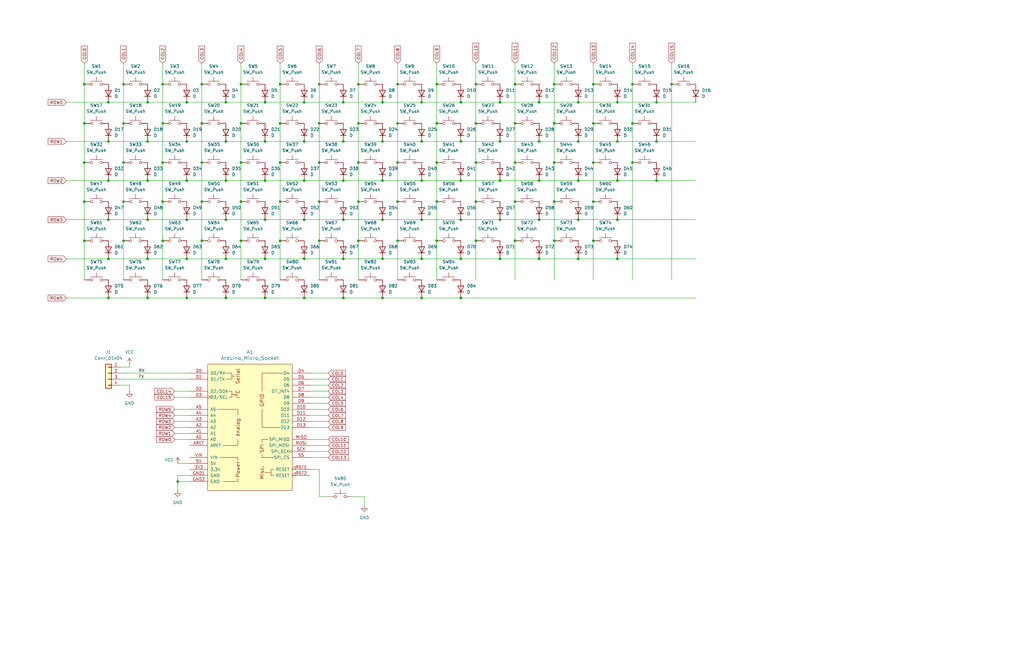
<source format=kicad_sch>
(kicad_sch (version 20231120) (generator "eeschema") (generator_version "8.0")
  (paper "B")
  (junction (at 233.68 85.09))
  (junction (at 68.58 85.09))
  (junction (at 194.31 76.2))
  (junction (at 233.68 68.58))
  (junction (at 111.76 76.2))
  (junction (at 68.58 35.56))
  (junction (at 144.78 43.18))
  (junction (at 78.74 92.71))
  (junction (at 217.17 35.56))
  (junction (at 101.6 68.58))
  (junction (at 227.33 43.18))
  (junction (at 266.7 35.56))
  (junction (at 35.56 52.07))
  (junction (at 101.6 85.09))
  (junction (at 45.72 59.69))
  (junction (at 151.13 52.07))
  (junction (at 227.33 109.22))
  (junction (at 260.35 92.71))
  (junction (at 111.76 109.22))
  (junction (at 200.66 68.58))
  (junction (at 144.78 109.22))
  (junction (at 177.8 76.2))
  (junction (at 151.13 85.09))
  (junction (at 52.07 68.58))
  (junction (at 62.23 76.2))
  (junction (at 78.74 76.2))
  (junction (at 45.72 76.2))
  (junction (at 243.84 92.71))
  (junction (at 85.09 35.56))
  (junction (at 177.8 43.18))
  (junction (at 276.86 76.2))
  (junction (at 200.66 85.09))
  (junction (at 210.82 43.18))
  (junction (at 134.62 35.56))
  (junction (at 128.27 43.18))
  (junction (at 184.15 35.56))
  (junction (at 52.07 35.56))
  (junction (at 85.09 52.07))
  (junction (at 167.64 101.6))
  (junction (at 177.8 92.71))
  (junction (at 243.84 76.2))
  (junction (at 144.78 92.71))
  (junction (at 184.15 68.58))
  (junction (at 134.62 68.58))
  (junction (at 260.35 43.18))
  (junction (at 134.62 85.09))
  (junction (at 35.56 101.6))
  (junction (at 144.78 125.73))
  (junction (at 95.25 125.73))
  (junction (at 243.84 43.18))
  (junction (at 194.31 59.69))
  (junction (at 161.29 125.73))
  (junction (at 167.64 85.09))
  (junction (at 52.07 101.6))
  (junction (at 177.8 109.22))
  (junction (at 227.33 59.69))
  (junction (at 210.82 92.71))
  (junction (at 161.29 43.18))
  (junction (at 250.19 35.56))
  (junction (at 95.25 109.22))
  (junction (at 118.11 85.09))
  (junction (at 151.13 68.58))
  (junction (at 101.6 101.6))
  (junction (at 35.56 85.09))
  (junction (at 194.31 125.73))
  (junction (at 260.35 59.69))
  (junction (at 217.17 52.07))
  (junction (at 167.64 52.07))
  (junction (at 260.35 76.2))
  (junction (at 35.56 68.58))
  (junction (at 74.93 203.2))
  (junction (at 52.07 85.09))
  (junction (at 184.15 52.07))
  (junction (at 144.78 59.69))
  (junction (at 260.35 109.22))
  (junction (at 85.09 68.58))
  (junction (at 210.82 109.22))
  (junction (at 217.17 101.6))
  (junction (at 233.68 35.56))
  (junction (at 62.23 43.18))
  (junction (at 62.23 92.71))
  (junction (at 134.62 52.07))
  (junction (at 161.29 76.2))
  (junction (at 167.64 68.58))
  (junction (at 45.72 125.73))
  (junction (at 128.27 125.73))
  (junction (at 227.33 92.71))
  (junction (at 95.25 76.2))
  (junction (at 85.09 85.09))
  (junction (at 161.29 109.22))
  (junction (at 161.29 92.71))
  (junction (at 200.66 101.6))
  (junction (at 45.72 43.18))
  (junction (at 118.11 35.56))
  (junction (at 68.58 52.07))
  (junction (at 194.31 109.22))
  (junction (at 177.8 125.73))
  (junction (at 243.84 59.69))
  (junction (at 68.58 68.58))
  (junction (at 283.21 35.56))
  (junction (at 151.13 35.56))
  (junction (at 128.27 76.2))
  (junction (at 194.31 92.71))
  (junction (at 250.19 101.6))
  (junction (at 85.09 101.6))
  (junction (at 233.68 101.6))
  (junction (at 194.31 43.18))
  (junction (at 111.76 92.71))
  (junction (at 118.11 101.6))
  (junction (at 161.29 59.69))
  (junction (at 62.23 109.22))
  (junction (at 243.84 109.22))
  (junction (at 250.19 85.09))
  (junction (at 95.25 43.18))
  (junction (at 118.11 52.07))
  (junction (at 78.74 109.22))
  (junction (at 45.72 109.22))
  (junction (at 276.86 43.18))
  (junction (at 227.33 76.2))
  (junction (at 101.6 52.07))
  (junction (at 177.8 59.69))
  (junction (at 144.78 76.2))
  (junction (at 52.07 52.07))
  (junction (at 95.25 92.71))
  (junction (at 128.27 109.22))
  (junction (at 167.64 35.56))
  (junction (at 128.27 59.69))
  (junction (at 128.27 92.71))
  (junction (at 62.23 125.73))
  (junction (at 68.58 101.6))
  (junction (at 217.17 85.09))
  (junction (at 78.74 59.69))
  (junction (at 134.62 101.6))
  (junction (at 210.82 76.2))
  (junction (at 111.76 59.69))
  (junction (at 101.6 35.56))
  (junction (at 210.82 59.69))
  (junction (at 266.7 68.58))
  (junction (at 35.56 35.56))
  (junction (at 200.66 52.07))
  (junction (at 62.23 59.69))
  (junction (at 111.76 125.73))
  (junction (at 266.7 52.07))
  (junction (at 233.68 52.07))
  (junction (at 250.19 52.07))
  (junction (at 184.15 85.09))
  (junction (at 151.13 101.6))
  (junction (at 78.74 125.73))
  (junction (at 78.74 43.18))
  (junction (at 95.25 59.69))
  (junction (at 111.76 43.18))
  (junction (at 184.15 101.6))
  (junction (at 200.66 35.56))
  (junction (at 276.86 59.69))
  (junction (at 250.19 68.58))
  (junction (at 217.17 68.58))
  (junction (at 45.72 92.71))
  (junction (at 118.11 68.58))
  (wire (pts (xy 62.23 109.22) (xy 78.74 109.22)))
  (wire (pts (xy 101.6 101.6) (xy 101.6 118.11)))
  (wire (pts (xy 144.78 76.2) (xy 161.29 76.2)))
  (wire (pts (xy 177.8 76.2) (xy 194.31 76.2)))
  (wire (pts (xy 45.72 109.22) (xy 62.23 109.22)))
  (wire (pts (xy 78.74 109.22) (xy 95.25 109.22)))
  (wire (pts (xy 73.66 167.64) (xy 80.01 167.64)))
  (wire (pts (xy 161.29 125.73) (xy 177.8 125.73)))
  (wire (pts (xy 68.58 26.67) (xy 68.58 35.56)))
  (wire (pts (xy 130.81 180.34) (xy 138.43 180.34)))
  (wire (pts (xy 184.15 35.56) (xy 184.15 52.07)))
  (wire (pts (xy 250.19 52.07) (xy 250.19 68.58)))
  (wire (pts (xy 266.7 68.58) (xy 266.7 118.11)))
  (wire (pts (xy 62.23 43.18) (xy 78.74 43.18)))
  (wire (pts (xy 260.35 109.22) (xy 293.37 109.22)))
  (wire (pts (xy 50.8 157.48) (xy 80.01 157.48)))
  (wire (pts (xy 276.86 59.69) (xy 293.37 59.69)))
  (wire (pts (xy 130.81 170.18) (xy 138.43 170.18)))
  (wire (pts (xy 68.58 52.07) (xy 68.58 68.58)))
  (wire (pts (xy 151.13 35.56) (xy 151.13 52.07)))
  (wire (pts (xy 78.74 92.71) (xy 95.25 92.71)))
  (wire (pts (xy 134.62 198.12) (xy 134.62 209.55)))
  (wire (pts (xy 101.6 68.58) (xy 101.6 85.09)))
  (wire (pts (xy 250.19 26.67) (xy 250.19 35.56)))
  (wire (pts (xy 151.13 85.09) (xy 151.13 101.6)))
  (wire (pts (xy 283.21 26.67) (xy 283.21 35.56)))
  (wire (pts (xy 250.19 68.58) (xy 250.19 85.09)))
  (wire (pts (xy 200.66 101.6) (xy 200.66 118.11)))
  (wire (pts (xy 45.72 125.73) (xy 62.23 125.73)))
  (wire (pts (xy 134.62 209.55) (xy 138.43 209.55)))
  (wire (pts (xy 200.66 35.56) (xy 200.66 52.07)))
  (wire (pts (xy 151.13 101.6) (xy 151.13 118.11)))
  (wire (pts (xy 118.11 26.67) (xy 118.11 35.56)))
  (wire (pts (xy 194.31 109.22) (xy 210.82 109.22)))
  (wire (pts (xy 243.84 43.18) (xy 260.35 43.18)))
  (wire (pts (xy 111.76 92.71) (xy 128.27 92.71)))
  (wire (pts (xy 111.76 43.18) (xy 128.27 43.18)))
  (wire (pts (xy 167.64 52.07) (xy 167.64 68.58)))
  (wire (pts (xy 130.81 172.72) (xy 138.43 172.72)))
  (wire (pts (xy 73.66 175.26) (xy 80.01 175.26)))
  (wire (pts (xy 167.64 35.56) (xy 167.64 52.07)))
  (wire (pts (xy 50.8 160.02) (xy 80.01 160.02)))
  (wire (pts (xy 144.78 125.73) (xy 161.29 125.73)))
  (wire (pts (xy 243.84 109.22) (xy 260.35 109.22)))
  (wire (pts (xy 243.84 59.69) (xy 260.35 59.69)))
  (wire (pts (xy 52.07 85.09) (xy 52.07 101.6)))
  (wire (pts (xy 210.82 76.2) (xy 227.33 76.2)))
  (wire (pts (xy 260.35 92.71) (xy 293.37 92.71)))
  (wire (pts (xy 62.23 92.71) (xy 78.74 92.71)))
  (wire (pts (xy 52.07 52.07) (xy 52.07 68.58)))
  (wire (pts (xy 233.68 68.58) (xy 233.68 85.09)))
  (wire (pts (xy 243.84 92.71) (xy 260.35 92.71)))
  (wire (pts (xy 27.94 59.69) (xy 45.72 59.69)))
  (wire (pts (xy 250.19 101.6) (xy 250.19 118.11)))
  (wire (pts (xy 184.15 85.09) (xy 184.15 101.6)))
  (wire (pts (xy 50.8 154.94) (xy 54.61 154.94)))
  (wire (pts (xy 217.17 68.58) (xy 217.17 85.09)))
  (wire (pts (xy 134.62 35.56) (xy 134.62 52.07)))
  (wire (pts (xy 194.31 43.18) (xy 210.82 43.18)))
  (wire (pts (xy 266.7 35.56) (xy 266.7 52.07)))
  (wire (pts (xy 130.81 157.48) (xy 138.43 157.48)))
  (wire (pts (xy 73.66 182.88) (xy 80.01 182.88)))
  (wire (pts (xy 62.23 59.69) (xy 78.74 59.69)))
  (wire (pts (xy 45.72 92.71) (xy 62.23 92.71)))
  (wire (pts (xy 167.64 26.67) (xy 167.64 35.56)))
  (wire (pts (xy 233.68 26.67) (xy 233.68 35.56)))
  (wire (pts (xy 111.76 125.73) (xy 128.27 125.73)))
  (wire (pts (xy 130.81 190.5) (xy 138.43 190.5)))
  (wire (pts (xy 276.86 43.18) (xy 293.37 43.18)))
  (wire (pts (xy 134.62 52.07) (xy 134.62 68.58)))
  (wire (pts (xy 118.11 101.6) (xy 118.11 118.11)))
  (wire (pts (xy 73.66 185.42) (xy 80.01 185.42)))
  (wire (pts (xy 151.13 68.58) (xy 151.13 85.09)))
  (wire (pts (xy 134.62 26.67) (xy 134.62 35.56)))
  (wire (pts (xy 227.33 109.22) (xy 243.84 109.22)))
  (wire (pts (xy 95.25 43.18) (xy 111.76 43.18)))
  (wire (pts (xy 144.78 43.18) (xy 161.29 43.18)))
  (wire (pts (xy 74.93 195.58) (xy 80.01 195.58)))
  (wire (pts (xy 52.07 35.56) (xy 52.07 52.07)))
  (wire (pts (xy 73.66 177.8) (xy 80.01 177.8)))
  (wire (pts (xy 111.76 76.2) (xy 128.27 76.2)))
  (wire (pts (xy 217.17 101.6) (xy 217.17 118.11)))
  (wire (pts (xy 95.25 109.22) (xy 111.76 109.22)))
  (wire (pts (xy 130.81 193.04) (xy 138.43 193.04)))
  (wire (pts (xy 184.15 101.6) (xy 184.15 118.11)))
  (wire (pts (xy 233.68 85.09) (xy 233.68 101.6)))
  (wire (pts (xy 35.56 85.09) (xy 35.56 101.6)))
  (wire (pts (xy 80.01 200.66) (xy 74.93 200.66)))
  (wire (pts (xy 177.8 59.69) (xy 194.31 59.69)))
  (wire (pts (xy 52.07 26.67) (xy 52.07 35.56)))
  (wire (pts (xy 73.66 165.1) (xy 80.01 165.1)))
  (wire (pts (xy 217.17 52.07) (xy 217.17 68.58)))
  (wire (pts (xy 111.76 109.22) (xy 128.27 109.22)))
  (wire (pts (xy 200.66 68.58) (xy 200.66 85.09)))
  (wire (pts (xy 233.68 101.6) (xy 233.68 118.11)))
  (wire (pts (xy 74.93 203.2) (xy 74.93 207.01)))
  (wire (pts (xy 233.68 35.56) (xy 233.68 52.07)))
  (wire (pts (xy 85.09 35.56) (xy 85.09 52.07)))
  (wire (pts (xy 95.25 76.2) (xy 111.76 76.2)))
  (wire (pts (xy 128.27 59.69) (xy 144.78 59.69)))
  (wire (pts (xy 78.74 125.73) (xy 95.25 125.73)))
  (wire (pts (xy 54.61 153.67) (xy 54.61 154.94)))
  (wire (pts (xy 276.86 76.2) (xy 293.37 76.2)))
  (wire (pts (xy 184.15 68.58) (xy 184.15 85.09)))
  (wire (pts (xy 101.6 26.67) (xy 101.6 35.56)))
  (wire (pts (xy 167.64 85.09) (xy 167.64 101.6)))
  (wire (pts (xy 101.6 35.56) (xy 101.6 52.07)))
  (wire (pts (xy 134.62 101.6) (xy 134.62 118.11)))
  (wire (pts (xy 227.33 43.18) (xy 243.84 43.18)))
  (wire (pts (xy 144.78 92.71) (xy 161.29 92.71)))
  (wire (pts (xy 130.81 177.8) (xy 138.43 177.8)))
  (wire (pts (xy 227.33 76.2) (xy 243.84 76.2)))
  (wire (pts (xy 153.67 209.55) (xy 148.59 209.55)))
  (wire (pts (xy 78.74 43.18) (xy 95.25 43.18)))
  (wire (pts (xy 184.15 52.07) (xy 184.15 68.58)))
  (wire (pts (xy 52.07 68.58) (xy 52.07 85.09)))
  (wire (pts (xy 118.11 68.58) (xy 118.11 85.09)))
  (wire (pts (xy 35.56 101.6) (xy 35.56 118.11)))
  (wire (pts (xy 130.81 160.02) (xy 138.43 160.02)))
  (wire (pts (xy 130.81 162.56) (xy 138.43 162.56)))
  (wire (pts (xy 283.21 35.56) (xy 283.21 118.11)))
  (wire (pts (xy 95.25 125.73) (xy 111.76 125.73)))
  (wire (pts (xy 227.33 59.69) (xy 243.84 59.69)))
  (wire (pts (xy 217.17 35.56) (xy 217.17 52.07)))
  (wire (pts (xy 62.23 76.2) (xy 78.74 76.2)))
  (wire (pts (xy 134.62 68.58) (xy 134.62 85.09)))
  (wire (pts (xy 78.74 76.2) (xy 95.25 76.2)))
  (wire (pts (xy 111.76 59.69) (xy 128.27 59.69)))
  (wire (pts (xy 128.27 43.18) (xy 144.78 43.18)))
  (wire (pts (xy 54.61 162.56) (xy 50.8 162.56)))
  (wire (pts (xy 95.25 92.71) (xy 111.76 92.71)))
  (wire (pts (xy 73.66 180.34) (xy 80.01 180.34)))
  (wire (pts (xy 177.8 109.22) (xy 194.31 109.22)))
  (wire (pts (xy 194.31 76.2) (xy 210.82 76.2)))
  (wire (pts (xy 128.27 125.73) (xy 144.78 125.73)))
  (wire (pts (xy 130.81 165.1) (xy 138.43 165.1)))
  (wire (pts (xy 167.64 68.58) (xy 167.64 85.09)))
  (wire (pts (xy 144.78 59.69) (xy 161.29 59.69)))
  (wire (pts (xy 260.35 59.69) (xy 276.86 59.69)))
  (wire (pts (xy 250.19 35.56) (xy 250.19 52.07)))
  (wire (pts (xy 161.29 43.18) (xy 177.8 43.18)))
  (wire (pts (xy 54.61 165.1) (xy 54.61 162.56)))
  (wire (pts (xy 85.09 101.6) (xy 85.09 118.11)))
  (wire (pts (xy 45.72 59.69) (xy 62.23 59.69)))
  (wire (pts (xy 217.17 85.09) (xy 217.17 101.6)))
  (wire (pts (xy 45.72 76.2) (xy 62.23 76.2)))
  (wire (pts (xy 62.23 125.73) (xy 78.74 125.73)))
  (wire (pts (xy 45.72 43.18) (xy 62.23 43.18)))
  (wire (pts (xy 118.11 85.09) (xy 118.11 101.6)))
  (wire (pts (xy 130.81 175.26) (xy 138.43 175.26)))
  (wire (pts (xy 130.81 198.12) (xy 134.62 198.12)))
  (wire (pts (xy 177.8 92.71) (xy 194.31 92.71)))
  (wire (pts (xy 130.81 167.64) (xy 138.43 167.64)))
  (wire (pts (xy 118.11 35.56) (xy 118.11 52.07)))
  (wire (pts (xy 266.7 26.67) (xy 266.7 35.56)))
  (wire (pts (xy 161.29 92.71) (xy 177.8 92.71)))
  (wire (pts (xy 35.56 35.56) (xy 35.56 52.07)))
  (wire (pts (xy 210.82 109.22) (xy 227.33 109.22)))
  (wire (pts (xy 130.81 187.96) (xy 138.43 187.96)))
  (wire (pts (xy 161.29 59.69) (xy 177.8 59.69)))
  (wire (pts (xy 144.78 109.22) (xy 161.29 109.22)))
  (wire (pts (xy 177.8 43.18) (xy 194.31 43.18)))
  (wire (pts (xy 161.29 109.22) (xy 177.8 109.22)))
  (wire (pts (xy 184.15 26.67) (xy 184.15 35.56)))
  (wire (pts (xy 118.11 52.07) (xy 118.11 68.58)))
  (wire (pts (xy 194.31 59.69) (xy 210.82 59.69)))
  (wire (pts (xy 85.09 52.07) (xy 85.09 68.58)))
  (wire (pts (xy 85.09 26.67) (xy 85.09 35.56)))
  (wire (pts (xy 250.19 85.09) (xy 250.19 101.6)))
  (wire (pts (xy 194.31 125.73) (xy 293.37 125.73)))
  (wire (pts (xy 233.68 52.07) (xy 233.68 68.58)))
  (wire (pts (xy 27.94 76.2) (xy 45.72 76.2)))
  (wire (pts (xy 68.58 85.09) (xy 68.58 101.6)))
  (wire (pts (xy 73.66 172.72) (xy 80.01 172.72)))
  (wire (pts (xy 85.09 85.09) (xy 85.09 101.6)))
  (wire (pts (xy 227.33 92.71) (xy 243.84 92.71)))
  (wire (pts (xy 74.93 200.66) (xy 74.93 203.2)))
  (wire (pts (xy 194.31 92.71) (xy 210.82 92.71)))
  (wire (pts (xy 74.93 203.2) (xy 80.01 203.2)))
  (wire (pts (xy 128.27 109.22) (xy 144.78 109.22)))
  (wire (pts (xy 161.29 76.2) (xy 177.8 76.2)))
  (wire (pts (xy 260.35 43.18) (xy 276.86 43.18)))
  (wire (pts (xy 101.6 52.07) (xy 101.6 68.58)))
  (wire (pts (xy 68.58 68.58) (xy 68.58 85.09)))
  (wire (pts (xy 167.64 101.6) (xy 167.64 118.11)))
  (wire (pts (xy 27.94 43.18) (xy 45.72 43.18)))
  (wire (pts (xy 130.81 185.42) (xy 138.43 185.42)))
  (wire (pts (xy 128.27 76.2) (xy 144.78 76.2)))
  (wire (pts (xy 210.82 43.18) (xy 227.33 43.18)))
  (wire (pts (xy 151.13 52.07) (xy 151.13 68.58)))
  (wire (pts (xy 243.84 76.2) (xy 260.35 76.2)))
  (wire (pts (xy 68.58 35.56) (xy 68.58 52.07)))
  (wire (pts (xy 151.13 26.67) (xy 151.13 35.56)))
  (wire (pts (xy 35.56 52.07) (xy 35.56 68.58)))
  (wire (pts (xy 134.62 85.09) (xy 134.62 101.6)))
  (wire (pts (xy 200.66 85.09) (xy 200.66 101.6)))
  (wire (pts (xy 128.27 92.71) (xy 144.78 92.71)))
  (wire (pts (xy 177.8 125.73) (xy 194.31 125.73)))
  (wire (pts (xy 260.35 76.2) (xy 276.86 76.2)))
  (wire (pts (xy 153.67 213.36) (xy 153.67 209.55)))
  (wire (pts (xy 27.94 125.73) (xy 45.72 125.73)))
  (wire (pts (xy 52.07 101.6) (xy 52.07 118.11)))
  (wire (pts (xy 200.66 26.67) (xy 200.66 35.56)))
  (wire (pts (xy 200.66 52.07) (xy 200.66 68.58)))
  (wire (pts (xy 68.58 101.6) (xy 68.58 118.11)))
  (wire (pts (xy 210.82 92.71) (xy 227.33 92.71)))
  (wire (pts (xy 78.74 59.69) (xy 95.25 59.69)))
  (wire (pts (xy 35.56 26.67) (xy 35.56 35.56)))
  (wire (pts (xy 266.7 52.07) (xy 266.7 68.58)))
  (wire (pts (xy 210.82 59.69) (xy 227.33 59.69)))
  (wire (pts (xy 101.6 85.09) (xy 101.6 101.6)))
  (wire (pts (xy 217.17 26.67) (xy 217.17 35.56)))
  (wire (pts (xy 35.56 68.58) (xy 35.56 85.09)))
  (wire (pts (xy 95.25 59.69) (xy 111.76 59.69)))
  (wire (pts (xy 27.94 92.71) (xy 45.72 92.71)))
  (wire (pts (xy 27.94 109.22) (xy 45.72 109.22)))
  (wire (pts (xy 85.09 68.58) (xy 85.09 85.09)))
  (label "TX" (at 58.42 160.02 0))
  (label "RX" (at 58.42 157.48 0))
  (global_label "COL11" (shape input) (at 217.17 26.67 90) (property "Intersheetrefs" "${INTERSHEET_REFS}" (effects (hide yes))))
  (global_label "COL5" (shape input) (at 118.11 26.67 90) (property "Intersheetrefs" "${INTERSHEET_REFS}" (effects (hide yes))))
  (global_label "COL3" (shape input) (at 138.43 165.1 0) (property "Intersheetrefs" "${INTERSHEET_REFS}" (effects (hide yes))))
  (global_label "ROW5" (shape input) (at 73.66 172.72 180) (property "Intersheetrefs" "${INTERSHEET_REFS}" (effects (hide yes))))
  (global_label "ROW2" (shape input) (at 73.66 180.34 180) (property "Intersheetrefs" "${INTERSHEET_REFS}" (effects (hide yes))))
  (global_label "ROW5" (shape input) (at 27.94 125.73 180) (property "Intersheetrefs" "${INTERSHEET_REFS}" (effects (hide yes))))
  (global_label "ROW3" (shape input) (at 27.94 92.71 180) (property "Intersheetrefs" "${INTERSHEET_REFS}" (effects (hide yes))))
  (global_label "COL12" (shape input) (at 233.68 26.67 90) (property "Intersheetrefs" "${INTERSHEET_REFS}" (effects (hide yes))))
  (global_label "COL13" (shape input) (at 250.19 26.67 90) (property "Intersheetrefs" "${INTERSHEET_REFS}" (effects (hide yes))))
  (global_label "ROW1" (shape input) (at 73.66 182.88 180) (property "Intersheetrefs" "${INTERSHEET_REFS}" (effects (hide yes))))
  (global_label "COL12" (shape input) (at 138.43 190.5 0) (property "Intersheetrefs" "${INTERSHEET_REFS}" (effects (hide yes))))
  (global_label "COL14" (shape input) (at 266.7 26.67 90) (property "Intersheetrefs" "${INTERSHEET_REFS}" (effects (hide yes))))
  (global_label "COL4" (shape input) (at 101.6 26.67 90) (property "Intersheetrefs" "${INTERSHEET_REFS}" (effects (hide yes))))
  (global_label "COL10" (shape input) (at 200.66 26.67 90) (property "Intersheetrefs" "${INTERSHEET_REFS}" (effects (hide yes))))
  (global_label "COL4" (shape input) (at 138.43 167.64 0) (property "Intersheetrefs" "${INTERSHEET_REFS}" (effects (hide yes))))
  (global_label "COL3" (shape input) (at 85.09 26.67 90) (property "Intersheetrefs" "${INTERSHEET_REFS}" (effects (hide yes))))
  (global_label "COL2" (shape input) (at 138.43 162.56 0) (property "Intersheetrefs" "${INTERSHEET_REFS}" (effects (hide yes))))
  (global_label "COL7" (shape input) (at 138.43 175.26 0) (property "Intersheetrefs" "${INTERSHEET_REFS}" (effects (hide yes))))
  (global_label "ROW0" (shape input) (at 73.66 185.42 180) (property "Intersheetrefs" "${INTERSHEET_REFS}" (effects (hide yes))))
  (global_label "COL15" (shape input) (at 283.21 26.67 90) (property "Intersheetrefs" "${INTERSHEET_REFS}" (effects (hide yes))))
  (global_label "COL0" (shape input) (at 138.43 157.48 0) (property "Intersheetrefs" "${INTERSHEET_REFS}" (effects (hide yes))))
  (global_label "ROW4" (shape input) (at 27.94 109.22 180) (property "Intersheetrefs" "${INTERSHEET_REFS}" (effects (hide yes))))
  (global_label "ROW3" (shape input) (at 73.66 177.8 180) (property "Intersheetrefs" "${INTERSHEET_REFS}" (effects (hide yes))))
  (global_label "COL6" (shape input) (at 134.62 26.67 90) (property "Intersheetrefs" "${INTERSHEET_REFS}" (effects (hide yes))))
  (global_label "COL8" (shape input) (at 138.43 177.8 0) (property "Intersheetrefs" "${INTERSHEET_REFS}" (effects (hide yes))))
  (global_label "COL10" (shape input) (at 138.43 185.42 0) (property "Intersheetrefs" "${INTERSHEET_REFS}" (effects (hide yes))))
  (global_label "COL9" (shape input) (at 138.43 180.34 0) (property "Intersheetrefs" "${INTERSHEET_REFS}" (effects (hide yes))))
  (global_label "COL2" (shape input) (at 68.58 26.67 90) (property "Intersheetrefs" "${INTERSHEET_REFS}" (effects (hide yes))))
  (global_label "COL15" (shape input) (at 73.66 167.64 180) (property "Intersheetrefs" "${INTERSHEET_REFS}" (effects (hide yes))))
  (global_label "COL14" (shape input) (at 73.66 165.1 180) (property "Intersheetrefs" "${INTERSHEET_REFS}" (effects (hide yes))))
  (global_label "COL1" (shape input) (at 138.43 160.02 0) (property "Intersheetrefs" "${INTERSHEET_REFS}" (effects (hide yes))))
  (global_label "COL6" (shape input) (at 138.43 172.72 0) (property "Intersheetrefs" "${INTERSHEET_REFS}" (effects (hide yes))))
  (global_label "COL13" (shape input) (at 138.43 193.04 0) (property "Intersheetrefs" "${INTERSHEET_REFS}" (effects (hide yes))))
  (global_label "COL9" (shape input) (at 184.15 26.67 90) (property "Intersheetrefs" "${INTERSHEET_REFS}" (effects (hide yes))))
  (global_label "COL1" (shape input) (at 52.07 26.67 90) (property "Intersheetrefs" "${INTERSHEET_REFS}" (effects (hide yes))))
  (global_label "COL11" (shape input) (at 138.43 187.96 0) (property "Intersheetrefs" "${INTERSHEET_REFS}" (effects (hide yes))))
  (global_label "COL7" (shape input) (at 151.13 26.67 90) (property "Intersheetrefs" "${INTERSHEET_REFS}" (effects (hide yes))))
  (global_label "COL5" (shape input) (at 138.43 170.18 0) (property "Intersheetrefs" "${INTERSHEET_REFS}" (effects (hide yes))))
  (global_label "ROW2" (shape input) (at 27.94 76.2 180) (property "Intersheetrefs" "${INTERSHEET_REFS}" (effects (hide yes))))
  (global_label "ROW0" (shape input) (at 27.94 43.18 180) (property "Intersheetrefs" "${INTERSHEET_REFS}" (effects (hide yes))))
  (global_label "ROW1" (shape input) (at 27.94 59.69 180) (property "Intersheetrefs" "${INTERSHEET_REFS}" (effects (hide yes))))
  (global_label "COL0" (shape input) (at 35.56 26.67 90) (property "Intersheetrefs" "${INTERSHEET_REFS}" (effects (hide yes))))
  (global_label "ROW4" (shape input) (at 73.66 175.26 180) (property "Intersheetrefs" "${INTERSHEET_REFS}" (effects (hide yes))))
  (global_label "COL8" (shape input) (at 167.64 26.67 90) (property "Intersheetrefs" "${INTERSHEET_REFS}" (effects (hide yes))))
  (symbol (lib_id "Device:D") (at 144.78 39.37 90) (unit 1)
    (property "Reference" "D7" (at 147.32 38.0999 90) (effects (justify right)))
    (property "Value" "D" (at 147.32 40.6399 90) (effects (justify right)))
    (property "Footprint" "Diode_THT:D_DO-41_SOD81_P7.62mm_Horizontal" (effects (hide yes)))
    (property "Description" "Diode" (effects (hide yes)))
    (property "Sim.Device" "D" (effects (hide yes)))
    (property "Sim.Pins" "1=K 2=A" (effects (hide yes)))
  )
  (symbol (lib_id "Switch:SW_Push") (at 255.27 85.09 0) (unit 1)
    (property "Reference" "SW60" (at 255.27 77.47 0))
    (property "Value" "SW_Push" (at 255.27 80.01 0))
    (property "Footprint" "my_cherry:SW_Cherry_MX_1.00u_PCB" (effects (hide yes)))
    (property "Description" "Push button switch, generic, two pins" (effects (hide yes)))
  )
  (symbol (lib_id "Connector_Generic:Conn_01x04") (at 45.72 157.48 0) (mirror y) (unit 1)
    (property "Reference" "J1" (at 45.72 148.59 0))
    (property "Value" "Conn_01x04" (at 45.72 151.13 0))
    (property "Footprint" "Connector_PinHeader_2.54mm:PinHeader_1x04_P2.54mm_Vertical" (effects (hide yes)))
    (property "Description" "Generic connector, single row, 01x04, script generated (kicad-library-utils/schlib/autogen/connector/)" (effects (hide yes)))
  )
  (symbol (lib_id "Device:D") (at 177.8 55.88 90) (unit 1)
    (property "Reference" "D25" (at 180.34 54.6099 90) (effects (justify right)))
    (property "Value" "D" (at 180.34 57.1499 90) (effects (justify right)))
    (property "Footprint" "Diode_THT:D_DO-41_SOD81_P7.62mm_Horizontal" (effects (hide yes)))
    (property "Description" "Diode" (effects (hide yes)))
    (property "Sim.Device" "D" (effects (hide yes)))
    (property "Sim.Pins" "1=K 2=A" (effects (hide yes)))
  )
  (symbol (lib_id "Device:D") (at 45.72 88.9 90) (unit 1)
    (property "Reference" "D47" (at 48.26 87.6299 90) (effects (justify right)))
    (property "Value" "D" (at 48.26 90.1699 90) (effects (justify right)))
    (property "Footprint" "Diode_THT:D_DO-41_SOD81_P7.62mm_Horizontal" (effects (hide yes)))
    (property "Description" "Diode" (effects (hide yes)))
    (property "Sim.Device" "D" (effects (hide yes)))
    (property "Sim.Pins" "1=K 2=A" (effects (hide yes)))
  )
  (symbol (lib_id "Device:D") (at 128.27 105.41 90) (unit 1)
    (property "Reference" "D66" (at 130.81 104.1399 90) (effects (justify right)))
    (property "Value" "D" (at 130.81 106.6799 90) (effects (justify right)))
    (property "Footprint" "Diode_THT:D_DO-41_SOD81_P7.62mm_Horizontal" (effects (hide yes)))
    (property "Description" "Diode" (effects (hide yes)))
    (property "Sim.Device" "D" (effects (hide yes)))
    (property "Sim.Pins" "1=K 2=A" (effects (hide yes)))
  )
  (symbol (lib_id "Device:D") (at 78.74 55.88 90) (unit 1)
    (property "Reference" "D19" (at 81.28 54.6099 90) (effects (justify right)))
    (property "Value" "D" (at 81.28 57.1499 90) (effects (justify right)))
    (property "Footprint" "Diode_THT:D_DO-41_SOD81_P7.62mm_Horizontal" (effects (hide yes)))
    (property "Description" "Diode" (effects (hide yes)))
    (property "Sim.Device" "D" (effects (hide yes)))
    (property "Sim.Pins" "1=K 2=A" (effects (hide yes)))
  )
  (symbol (lib_id "Switch:SW_Push") (at 57.15 35.56 0) (unit 1)
    (property "Reference" "SW2" (at 57.15 27.94 0))
    (property "Value" "SW_Push" (at 57.15 30.48 0))
    (property "Footprint" "my_cherry:SW_Cherry_MX_1.00u_PCB" (effects (hide yes)))
    (property "Description" "Push button switch, generic, two pins" (effects (hide yes)))
  )
  (symbol (lib_id "Device:D") (at 161.29 121.92 90) (unit 1)
    (property "Reference" "D82" (at 163.83 120.6499 90) (effects (justify right)))
    (property "Value" "D" (at 163.83 123.1899 90) (effects (justify right)))
    (property "Footprint" "Diode_THT:D_DO-41_SOD81_P7.62mm_Horizontal" (effects (hide yes)))
    (property "Description" "Diode" (effects (hide yes)))
    (property "Sim.Device" "D" (effects (hide yes)))
    (property "Sim.Pins" "1=K 2=A" (effects (hide yes)))
  )
  (symbol (lib_id "Device:D") (at 111.76 55.88 90) (unit 1)
    (property "Reference" "D21" (at 114.3 54.6099 90) (effects (justify right)))
    (property "Value" "D" (at 114.3 57.1499 90) (effects (justify right)))
    (property "Footprint" "Diode_THT:D_DO-41_SOD81_P7.62mm_Horizontal" (effects (hide yes)))
    (property "Description" "Diode" (effects (hide yes)))
    (property "Sim.Device" "D" (effects (hide yes)))
    (property "Sim.Pins" "1=K 2=A" (effects (hide yes)))
  )
  (symbol (lib_id "Device:D") (at 194.31 72.39 90) (unit 1)
    (property "Reference" "D41" (at 196.85 71.1199 90) (effects (justify right)))
    (property "Value" "D" (at 196.85 73.6599 90) (effects (justify right)))
    (property "Footprint" "Diode_THT:D_DO-41_SOD81_P7.62mm_Horizontal" (effects (hide yes)))
    (property "Description" "Diode" (effects (hide yes)))
    (property "Sim.Device" "D" (effects (hide yes)))
    (property "Sim.Pins" "1=K 2=A" (effects (hide yes)))
  )
  (symbol (lib_id "Switch:SW_Push") (at 222.25 101.6 0) (unit 1)
    (property "Reference" "SW72" (at 222.25 93.98 0))
    (property "Value" "SW_Push" (at 222.25 96.52 0))
    (property "Footprint" "my_cherry:SW_Cherry_MX_1.00u_PCB" (effects (hide yes)))
    (property "Description" "Push button switch, generic, two pins" (effects (hide yes)))
  )
  (symbol (lib_id "Switch:SW_Push") (at 123.19 118.11 0) (unit 1)
    (property "Reference" "SW80" (at 123.19 110.49 0))
    (property "Value" "SW_Push" (at 123.19 113.03 0))
    (property "Footprint" "my_cherry:SW_Cherry_MX_1.00u_PCB" (effects (hide yes)))
    (property "Description" "Push button switch, generic, two pins" (effects (hide yes)))
  )
  (symbol (lib_id "Device:D") (at 177.8 39.37 90) (unit 1)
    (property "Reference" "D9" (at 180.34 38.0999 90) (effects (justify right)))
    (property "Value" "D" (at 180.34 40.6399 90) (effects (justify right)))
    (property "Footprint" "Diode_THT:D_DO-41_SOD81_P7.62mm_Horizontal" (effects (hide yes)))
    (property "Description" "Diode" (effects (hide yes)))
    (property "Sim.Device" "D" (effects (hide yes)))
    (property "Sim.Pins" "1=K 2=A" (effects (hide yes)))
  )
  (symbol (lib_id "Switch:SW_Push") (at 143.51 209.55 0) (unit 1)
    (property "Reference" "SW85" (at 143.51 201.93 0))
    (property "Value" "SW_Push" (at 143.51 204.47 0))
    (property "Footprint" "Button_Switch_THT:SW_Tactile_Straight_KSA0Axx1LFTR" (effects (hide yes)))
    (property "Description" "Push button switch, generic, two pins" (effects (hide yes)))
  )
  (symbol (lib_id "Switch:SW_Push") (at 255.27 35.56 0) (unit 1)
    (property "Reference" "SW14" (at 255.27 27.94 0))
    (property "Value" "SW_Push" (at 255.27 30.48 0))
    (property "Footprint" "my_cherry:SW_Cherry_MX_1.00u_PCB" (effects (hide yes)))
    (property "Description" "Push button switch, generic, two pins" (effects (hide yes)))
  )
  (symbol (lib_id "Device:D") (at 78.74 121.92 90) (unit 1)
    (property "Reference" "D77" (at 81.28 120.6499 90) (effects (justify right)))
    (property "Value" "D" (at 81.28 123.1899 90) (effects (justify right)))
    (property "Footprint" "Diode_THT:D_DO-41_SOD81_P7.62mm_Horizontal" (effects (hide yes)))
    (property "Description" "Diode" (effects (hide yes)))
    (property "Sim.Device" "D" (effects (hide yes)))
    (property "Sim.Pins" "1=K 2=A" (effects (hide yes)))
  )
  (symbol (lib_id "Device:D") (at 111.76 39.37 90) (unit 1)
    (property "Reference" "D5" (at 114.3 38.0999 90) (effects (justify right)))
    (property "Value" "D" (at 114.3 40.6399 90) (effects (justify right)))
    (property "Footprint" "Diode_THT:D_DO-41_SOD81_P7.62mm_Horizontal" (effects (hide yes)))
    (property "Description" "Diode" (effects (hide yes)))
    (property "Sim.Device" "D" (effects (hide yes)))
    (property "Sim.Pins" "1=K 2=A" (effects (hide yes)))
  )
  (symbol (lib_id "Device:D") (at 45.72 55.88 90) (unit 1)
    (property "Reference" "D17" (at 48.26 54.6099 90) (effects (justify right)))
    (property "Value" "D" (at 48.26 57.1499 90) (effects (justify right)))
    (property "Footprint" "Diode_THT:D_DO-41_SOD81_P7.62mm_Horizontal" (effects (hide yes)))
    (property "Description" "Diode" (effects (hide yes)))
    (property "Sim.Device" "D" (effects (hide yes)))
    (property "Sim.Pins" "1=K 2=A" (effects (hide yes)))
  )
  (symbol (lib_id "power:VCC") (at 74.93 195.58 0) (unit 1)
    (property "Reference" "#PWR05" (effects (hide yes)))
    (property "Value" "VCC" (at 71.374 194.056 0))
    (property "Description" "Power symbol creates a global label with name \"VCC\"" (effects (hide yes)))
  )
  (symbol (lib_id "Device:D") (at 161.29 39.37 90) (unit 1)
    (property "Reference" "D8" (at 163.83 38.0999 90) (effects (justify right)))
    (property "Value" "D" (at 163.83 40.6399 90) (effects (justify right)))
    (property "Footprint" "Diode_THT:D_DO-41_SOD81_P7.62mm_Horizontal" (effects (hide yes)))
    (property "Description" "Diode" (effects (hide yes)))
    (property "Sim.Device" "D" (effects (hide yes)))
    (property "Sim.Pins" "1=K 2=A" (effects (hide yes)))
  )
  (symbol (lib_id "Device:D") (at 227.33 72.39 90) (unit 1)
    (property "Reference" "D43" (at 229.87 71.1199 90) (effects (justify right)))
    (property "Value" "D" (at 229.87 73.6599 90) (effects (justify right)))
    (property "Footprint" "Diode_THT:D_DO-41_SOD81_P7.62mm_Horizontal" (effects (hide yes)))
    (property "Description" "Diode" (effects (hide yes)))
    (property "Sim.Device" "D" (effects (hide yes)))
    (property "Sim.Pins" "1=K 2=A" (effects (hide yes)))
  )
  (symbol (lib_id "Switch:SW_Push") (at 106.68 35.56 0) (unit 1)
    (property "Reference" "SW5" (at 106.68 27.94 0))
    (property "Value" "SW_Push" (at 106.68 30.48 0))
    (property "Footprint" "my_cherry:SW_Cherry_MX_1.00u_PCB" (effects (hide yes)))
    (property "Description" "Push button switch, generic, two pins" (effects (hide yes)))
  )
  (symbol (lib_id "Device:D") (at 227.33 39.37 90) (unit 1)
    (property "Reference" "D12" (at 229.87 38.0999 90) (effects (justify right)))
    (property "Value" "D" (at 229.87 40.6399 90) (effects (justify right)))
    (property "Footprint" "Diode_THT:D_DO-41_SOD81_P7.62mm_Horizontal" (effects (hide yes)))
    (property "Description" "Diode" (effects (hide yes)))
    (property "Sim.Device" "D" (effects (hide yes)))
    (property "Sim.Pins" "1=K 2=A" (effects (hide yes)))
  )
  (symbol (lib_id "Device:D") (at 194.31 105.41 90) (unit 1)
    (property "Reference" "D70" (at 196.85 104.1399 90) (effects (justify right)))
    (property "Value" "D" (at 196.85 106.6799 90) (effects (justify right)))
    (property "Footprint" "Diode_THT:D_DO-41_SOD81_P7.62mm_Horizontal" (effects (hide yes)))
    (property "Description" "Diode" (effects (hide yes)))
    (property "Sim.Device" "D" (effects (hide yes)))
    (property "Sim.Pins" "1=K 2=A" (effects (hide yes)))
  )
  (symbol (lib_id "Switch:SW_Push") (at 222.25 68.58 0) (unit 1)
    (property "Reference" "SW43" (at 222.25 60.96 0))
    (property "Value" "SW_Push" (at 222.25 63.5 0))
    (property "Footprint" "my_cherry:SW_Cherry_MX_1.00u_PCB" (effects (hide yes)))
    (property "Description" "Push button switch, generic, two pins" (effects (hide yes)))
  )
  (symbol (lib_id "Device:D") (at 45.72 105.41 90) (unit 1)
    (property "Reference" "D61" (at 48.26 104.1399 90) (effects (justify right)))
    (property "Value" "D" (at 48.26 106.6799 90) (effects (justify right)))
    (property "Footprint" "Diode_THT:D_DO-41_SOD81_P7.62mm_Horizontal" (effects (hide yes)))
    (property "Description" "Diode" (effects (hide yes)))
    (property "Sim.Device" "D" (effects (hide yes)))
    (property "Sim.Pins" "1=K 2=A" (effects (hide yes)))
  )
  (symbol (lib_id "Switch:SW_Push") (at 172.72 35.56 0) (unit 1)
    (property "Reference" "SW9" (at 172.72 27.94 0))
    (property "Value" "SW_Push" (at 172.72 30.48 0))
    (property "Footprint" "my_cherry:SW_Cherry_MX_1.00u_PCB" (effects (hide yes)))
    (property "Description" "Push button switch, generic, two pins" (effects (hide yes)))
  )
  (symbol (lib_id "Device:D") (at 194.31 39.37 90) (unit 1)
    (property "Reference" "D10" (at 196.85 38.0999 90) (effects (justify right)))
    (property "Value" "D" (at 196.85 40.6399 90) (effects (justify right)))
    (property "Footprint" "Diode_THT:D_DO-41_SOD81_P7.62mm_Horizontal" (effects (hide yes)))
    (property "Description" "Diode" (effects (hide yes)))
    (property "Sim.Device" "D" (effects (hide yes)))
    (property "Sim.Pins" "1=K 2=A" (effects (hide yes)))
  )
  (symbol (lib_id "Switch:SW_Push") (at 172.72 52.07 0) (unit 1)
    (property "Reference" "SW25" (at 172.72 44.45 0))
    (property "Value" "SW_Push" (at 172.72 46.99 0))
    (property "Footprint" "my_cherry:SW_Cherry_MX_1.00u_PCB" (effects (hide yes)))
    (property "Description" "Push button switch, generic, two pins" (effects (hide yes)))
  )
  (symbol (lib_id "Switch:SW_Push") (at 139.7 118.11 0) (unit 1)
    (property "Reference" "SW81" (at 139.7 110.49 0))
    (property "Value" "SW_Push" (at 139.7 113.03 0))
    (property "Footprint" "my_cherry:SW_Cherry_MX_1.00u_PCB" (effects (hide yes)))
    (property "Description" "Push button switch, generic, two pins" (effects (hide yes)))
  )
  (symbol (lib_id "Device:D") (at 177.8 105.41 90) (unit 1)
    (property "Reference" "D69" (at 180.34 104.1399 90) (effects (justify right)))
    (property "Value" "D" (at 180.34 106.6799 90) (effects (justify right)))
    (property "Footprint" "Diode_THT:D_DO-41_SOD81_P7.62mm_Horizontal" (effects (hide yes)))
    (property "Description" "Diode" (effects (hide yes)))
    (property "Sim.Device" "D" (effects (hide yes)))
    (property "Sim.Pins" "1=K 2=A" (effects (hide yes)))
  )
  (symbol (lib_id "Device:D") (at 62.23 121.92 90) (unit 1)
    (property "Reference" "D76" (at 64.77 120.6499 90) (effects (justify right)))
    (property "Value" "D" (at 64.77 123.1899 90) (effects (justify right)))
    (property "Footprint" "Diode_THT:D_DO-41_SOD81_P7.62mm_Horizontal" (effects (hide yes)))
    (property "Description" "Diode" (effects (hide yes)))
    (property "Sim.Device" "D" (effects (hide yes)))
    (property "Sim.Pins" "1=K 2=A" (effects (hide yes)))
  )
  (symbol (lib_id "Switch:SW_Push") (at 57.15 52.07 0) (unit 1)
    (property "Reference" "SW18" (at 57.15 44.45 0))
    (property "Value" "SW_Push" (at 57.15 46.99 0))
    (property "Footprint" "my_cherry:SW_Cherry_MX_1.00u_PCB" (effects (hide yes)))
    (property "Description" "Push button switch, generic, two pins" (effects (hide yes)))
  )
  (symbol (lib_id "Device:D") (at 210.82 72.39 90) (unit 1)
    (property "Reference" "D42" (at 213.36 71.1199 90) (effects (justify right)))
    (property "Value" "D" (at 213.36 73.6599 90) (effects (justify right)))
    (property "Footprint" "Diode_THT:D_DO-41_SOD81_P7.62mm_Horizontal" (effects (hide yes)))
    (property "Description" "Diode" (effects (hide yes)))
    (property "Sim.Device" "D" (effects (hide yes)))
    (property "Sim.Pins" "1=K 2=A" (effects (hide yes)))
  )
  (symbol (lib_id "Switch:SW_Push") (at 106.68 68.58 0) (unit 1)
    (property "Reference" "SW36" (at 106.68 60.96 0))
    (property "Value" "SW_Push" (at 106.68 63.5 0))
    (property "Footprint" "my_cherry:SW_Cherry_MX_1.00u_PCB" (effects (hide yes)))
    (property "Description" "Push button switch, generic, two pins" (effects (hide yes)))
  )
  (symbol (lib_id "Device:D") (at 128.27 55.88 90) (unit 1)
    (property "Reference" "D22" (at 130.81 54.6099 90) (effects (justify right)))
    (property "Value" "D" (at 130.81 57.1499 90) (effects (justify right)))
    (property "Footprint" "Diode_THT:D_DO-41_SOD81_P7.62mm_Horizontal" (effects (hide yes)))
    (property "Description" "Diode" (effects (hide yes)))
    (property "Sim.Device" "D" (effects (hide yes)))
    (property "Sim.Pins" "1=K 2=A" (effects (hide yes)))
  )
  (symbol (lib_id "Device:D") (at 95.25 88.9 90) (unit 1)
    (property "Reference" "D50" (at 97.79 87.6299 90) (effects (justify right)))
    (property "Value" "D" (at 97.79 90.1699 90) (effects (justify right)))
    (property "Footprint" "Diode_THT:D_DO-41_SOD81_P7.62mm_Horizontal" (effects (hide yes)))
    (property "Description" "Diode" (effects (hide yes)))
    (property "Sim.Device" "D" (effects (hide yes)))
    (property "Sim.Pins" "1=K 2=A" (effects (hide yes)))
  )
  (symbol (lib_id "Device:D") (at 194.31 121.92 90) (unit 1)
    (property "Reference" "D84" (at 196.85 120.6499 90) (effects (justify right)))
    (property "Value" "D" (at 196.85 123.1899 90) (effects (justify right)))
    (property "Footprint" "Diode_THT:D_DO-41_SOD81_P7.62mm_Horizontal" (effects (hide yes)))
    (property "Description" "Diode" (effects (hide yes)))
    (property "Sim.Device" "D" (effects (hide yes)))
    (property "Sim.Pins" "1=K 2=A" (effects (hide yes)))
  )
  (symbol (lib_id "Device:D") (at 95.25 121.92 90) (unit 1)
    (property "Reference" "D78" (at 97.79 120.6499 90) (effects (justify right)))
    (property "Value" "D" (at 97.79 123.1899 90) (effects (justify right)))
    (property "Footprint" "Diode_THT:D_DO-41_SOD81_P7.62mm_Horizontal" (effects (hide yes)))
    (property "Description" "Diode" (effects (hide yes)))
    (property "Sim.Device" "D" (effects (hide yes)))
    (property "Sim.Pins" "1=K 2=A" (effects (hide yes)))
  )
  (symbol (lib_id "Device:D") (at 144.78 121.92 90) (unit 1)
    (property "Reference" "D81" (at 147.32 120.6499 90) (effects (justify right)))
    (property "Value" "D" (at 147.32 123.1899 90) (effects (justify right)))
    (property "Footprint" "Diode_THT:D_DO-41_SOD81_P7.62mm_Horizontal" (effects (hide yes)))
    (property "Description" "Diode" (effects (hide yes)))
    (property "Sim.Device" "D" (effects (hide yes)))
    (property "Sim.Pins" "1=K 2=A" (effects (hide yes)))
  )
  (symbol (lib_id "Device:D") (at 210.82 39.37 90) (unit 1)
    (property "Reference" "D11" (at 213.36 38.0999 90) (effects (justify right)))
    (property "Value" "D" (at 213.36 40.6399 90) (effects (justify right)))
    (property "Footprint" "Diode_THT:D_DO-41_SOD81_P7.62mm_Horizontal" (effects (hide yes)))
    (property "Description" "Diode" (effects (hide yes)))
    (property "Sim.Device" "D" (effects (hide yes)))
    (property "Sim.Pins" "1=K 2=A" (effects (hide yes)))
  )
  (symbol (lib_id "Device:D") (at 243.84 39.37 90) (unit 1)
    (property "Reference" "D13" (at 246.38 38.0999 90) (effects (justify right)))
    (property "Value" "D" (at 246.38 40.6399 90) (effects (justify right)))
    (property "Footprint" "Diode_THT:D_DO-41_SOD81_P7.62mm_Horizontal" (effects (hide yes)))
    (property "Description" "Diode" (effects (hide yes)))
    (property "Sim.Device" "D" (effects (hide yes)))
    (property "Sim.Pins" "1=K 2=A" (effects (hide yes)))
  )
  (symbol (lib_id "Switch:SW_Push") (at 156.21 101.6 0) (unit 1)
    (property "Reference" "SW68" (at 156.21 93.98 0))
    (property "Value" "SW_Push" (at 156.21 96.52 0))
    (property "Footprint" "my_cherry:SW_Cherry_MX_1.00u_PCB" (effects (hide yes)))
    (property "Description" "Push button switch, generic, two pins" (effects (hide yes)))
  )
  (symbol (lib_id "Switch:SW_Push") (at 90.17 35.56 0) (unit 1)
    (property "Reference" "SW4" (at 90.17 27.94 0))
    (property "Value" "SW_Push" (at 90.17 30.48 0))
    (property "Footprint" "my_cherry:SW_Cherry_MX_1.00u_PCB" (effects (hide yes)))
    (property "Description" "Push button switch, generic, two pins" (effects (hide yes)))
  )
  (symbol (lib_id "Device:D") (at 128.27 121.92 90) (unit 1)
    (property "Reference" "D80" (at 130.81 120.6499 90) (effects (justify right)))
    (property "Value" "D" (at 130.81 123.1899 90) (effects (justify right)))
    (property "Footprint" "Diode_THT:D_DO-41_SOD81_P7.62mm_Horizontal" (effects (hide yes)))
    (property "Description" "Diode" (effects (hide yes)))
    (property "Sim.Device" "D" (effects (hide yes)))
    (property "Sim.Pins" "1=K 2=A" (effects (hide yes)))
  )
  (symbol (lib_id "Switch:SW_Push") (at 73.66 35.56 0) (unit 1)
    (property "Reference" "SW3" (at 73.66 27.94 0))
    (property "Value" "SW_Push" (at 73.66 30.48 0))
    (property "Footprint" "my_cherry:SW_Cherry_MX_1.00u_PCB" (effects (hide yes)))
    (property "Description" "Push button switch, generic, two pins" (effects (hide yes)))
  )
  (symbol (lib_id "Switch:SW_Push") (at 40.64 118.11 0) (unit 1)
    (property "Reference" "SW75" (at 40.64 110.49 0))
    (property "Value" "SW_Push" (at 40.64 113.03 0))
    (property "Footprint" "my_cherry:SW_Cherry_MX_1.00u_PCB" (effects (hide yes)))
    (property "Description" "Push button switch, generic, two pins" (effects (hide yes)))
  )
  (symbol (lib_id "Switch:SW_Push") (at 139.7 101.6 0) (unit 1)
    (property "Reference" "SW67" (at 139.7 93.98 0))
    (property "Value" "SW_Push" (at 139.7 96.52 0))
    (property "Footprint" "my_cherry:SW_Cherry_MX_1.00u_PCB" (effects (hide yes)))
    (property "Description" "Push button switch, generic, two pins" (effects (hide yes)))
  )
  (symbol (lib_id "Device:D") (at 62.23 55.88 90) (unit 1)
    (property "Reference" "D18" (at 64.77 54.6099 90) (effects (justify right)))
    (property "Value" "D" (at 64.77 57.1499 90) (effects (justify right)))
    (property "Footprint" "Diode_THT:D_DO-41_SOD81_P7.62mm_Horizontal" (effects (hide yes)))
    (property "Description" "Diode" (effects (hide yes)))
    (property "Sim.Device" "D" (effects (hide yes)))
    (property "Sim.Pins" "1=K 2=A" (effects (hide yes)))
  )
  (symbol (lib_id "Switch:SW_Push") (at 40.64 35.56 0) (unit 1)
    (property "Reference" "SW1" (at 40.64 27.94 0))
    (property "Value" "SW_Push" (at 40.64 30.48 0))
    (property "Footprint" "my_cherry:SW_Cherry_MX_1.00u_PCB" (effects (hide yes)))
    (property "Description" "Push button switch, generic, two pins" (effects (hide yes)))
  )
  (symbol (lib_id "Switch:SW_Push") (at 189.23 118.11 0) (unit 1)
    (property "Reference" "SW84" (at 189.23 110.49 0))
    (property "Value" "SW_Push" (at 189.23 113.03 0))
    (property "Footprint" "my_cherry:SW_Cherry_MX_1.00u_PCB" (effects (hide yes)))
    (property "Description" "Push button switch, generic, two pins" (effects (hide yes)))
  )
  (symbol (lib_id "Device:D") (at 276.86 39.37 90) (unit 1)
    (property "Reference" "D15" (at 279.4 38.0999 90) (effects (justify right)))
    (property "Value" "D" (at 279.4 40.6399 90) (effects (justify right)))
    (property "Footprint" "Diode_THT:D_DO-41_SOD81_P7.62mm_Horizontal" (effects (hide yes)))
    (property "Description" "Diode" (effects (hide yes)))
    (property "Sim.Device" "D" (effects (hide yes)))
    (property "Sim.Pins" "1=K 2=A" (effects (hide yes)))
  )
  (symbol (lib_id "Switch:SW_Push") (at 106.68 52.07 0) (unit 1)
    (property "Reference" "SW21" (at 106.68 44.45 0))
    (property "Value" "SW_Push" (at 106.68 46.99 0))
    (property "Footprint" "my_cherry:SW_Cherry_MX_1.00u_PCB" (effects (hide yes)))
    (property "Description" "Push button switch, generic, two pins" (effects (hide yes)))
  )
  (symbol (lib_id "Device:D") (at 78.74 39.37 90) (unit 1)
    (property "Reference" "D3" (at 81.28 38.0999 90) (effects (justify right)))
    (property "Value" "D" (at 81.28 40.6399 90) (effects (justify right)))
    (property "Footprint" "Diode_THT:D_DO-41_SOD81_P7.62mm_Horizontal" (effects (hide yes)))
    (property "Description" "Diode" (effects (hide yes)))
    (property "Sim.Device" "D" (effects (hide yes)))
    (property "Sim.Pins" "1=K 2=A" (effects (hide yes)))
  )
  (symbol (lib_id "Switch:SW_Push") (at 123.19 52.07 0) (unit 1)
    (property "Reference" "SW22" (at 123.19 44.45 0))
    (property "Value" "SW_Push" (at 123.19 46.99 0))
    (property "Footprint" "my_cherry:SW_Cherry_MX_1.00u_PCB" (effects (hide yes)))
    (property "Description" "Push button switch, generic, two pins" (effects (hide yes)))
  )
  (symbol (lib_id "Switch:SW_Push") (at 205.74 101.6 0) (unit 1)
    (property "Reference" "SW71" (at 205.74 93.98 0))
    (property "Value" "SW_Push" (at 205.74 96.52 0))
    (property "Footprint" "my_cherry:SW_Cherry_MX_1.00u_PCB" (effects (hide yes)))
    (property "Description" "Push button switch, generic, two pins" (effects (hide yes)))
  )
  (symbol (lib_id "Device:D") (at 177.8 121.92 90) (unit 1)
    (property "Reference" "D83" (at 180.34 120.6499 90) (effects (justify right)))
    (property "Value" "D" (at 180.34 123.1899 90) (effects (justify right)))
    (property "Footprint" "Diode_THT:D_DO-41_SOD81_P7.62mm_Horizontal" (effects (hide yes)))
    (property "Description" "Diode" (effects (hide yes)))
    (property "Sim.Device" "D" (effects (hide yes)))
    (property "Sim.Pins" "1=K 2=A" (effects (hide yes)))
  )
  (symbol (lib_id "Switch:SW_Push") (at 222.25 35.56 0) (unit 1)
    (property "Reference" "SW12" (at 222.25 27.94 0))
    (property "Value" "SW_Push" (at 222.25 30.48 0))
    (property "Footprint" "my_cherry:SW_Cherry_MX_1.00u_PCB" (effects (hide yes)))
    (property "Description" "Push button switch, generic, two pins" (effects (hide yes)))
  )
  (symbol (lib_id "Device:D") (at 144.78 72.39 90) (unit 1)
    (property "Reference" "D38" (at 147.32 71.1199 90) (effects (justify right)))
    (property "Value" "D" (at 147.32 73.6599 90) (effects (justify right)))
    (property "Footprint" "Diode_THT:D_DO-41_SOD81_P7.62mm_Horizontal" (effects (hide yes)))
    (property "Description" "Diode" (effects (hide yes)))
    (property "Sim.Device" "D" (effects (hide yes)))
    (property "Sim.Pins" "1=K 2=A" (effects (hide yes)))
  )
  (symbol (lib_id "Device:D") (at 111.76 105.41 90) (unit 1)
    (property "Reference" "D65" (at 114.3 104.1399 90) (effects (justify right)))
    (property "Value" "D" (at 114.3 106.6799 90) (effects (justify right)))
    (property "Footprint" "Diode_THT:D_DO-41_SOD81_P7.62mm_Horizontal" (effects (hide yes)))
    (property "Description" "Diode" (effects (hide yes)))
    (property "Sim.Device" "D" (effects (hide yes)))
    (property "Sim.Pins" "1=K 2=A" (effects (hide yes)))
  )
  (symbol (lib_id "Device:D") (at 45.72 39.37 90) (unit 1)
    (property "Reference" "D1" (at 48.26 38.0999 90) (effects (justify right)))
    (property "Value" "D" (at 48.26 40.6399 90) (effects (justify right)))
    (property "Footprint" "Diode_THT:D_DO-41_SOD81_P7.62mm_Horizontal" (effects (hide yes)))
    (property "Description" "Diode" (effects (hide yes)))
    (property "Sim.Device" "D" (effects (hide yes)))
    (property "Sim.Pins" "1=K 2=A" (effects (hide yes)))
  )
  (symbol (lib_id "Switch:SW_Push") (at 123.19 101.6 0) (unit 1)
    (property "Reference" "SW66" (at 123.19 93.98 0))
    (property "Value" "SW_Push" (at 123.19 96.52 0))
    (property "Footprint" "my_cherry:SW_Cherry_MX_1.00u_PCB" (effects (hide yes)))
    (property "Description" "Push button switch, generic, two pins" (effects (hide yes)))
  )
  (symbol (lib_id "Device:D") (at 128.27 39.37 90) (unit 1)
    (property "Reference" "D6" (at 130.81 38.0999 90) (effects (justify right)))
    (property "Value" "D" (at 130.81 40.6399 90) (effects (justify right)))
    (property "Footprint" "Diode_THT:D_DO-41_SOD81_P7.62mm_Horizontal" (effects (hide yes)))
    (property "Description" "Diode" (effects (hide yes)))
    (property "Sim.Device" "D" (effects (hide yes)))
    (property "Sim.Pins" "1=K 2=A" (effects (hide yes)))
  )
  (symbol (lib_id "Switch:SW_Push") (at 271.78 52.07 0) (unit 1)
    (property "Reference" "SW31" (at 271.78 44.45 0))
    (property "Value" "SW_Push" (at 271.78 46.99 0))
    (property "Footprint" "my_cherry:SW_Cherry_MX_1.00u_PCB" (effects (hide yes)))
    (property "Description" "Push button switch, generic, two pins" (effects (hide yes)))
  )
  (symbol (lib_id "power:GND") (at 153.67 213.36 0) (unit 1)
    (property "Reference" "#PWR02" (effects (hide yes)))
    (property "Value" "GND" (at 153.67 218.44 0))
    (property "Description" "Power symbol creates a global label with name \"GND\" , ground" (effects (hide yes)))
  )
  (symbol (lib_id "Switch:SW_Push") (at 238.76 52.07 0) (unit 1)
    (property "Reference" "SW29" (at 238.76 44.45 0))
    (property "Value" "SW_Push" (at 238.76 46.99 0))
    (property "Footprint" "my_cherry:SW_Cherry_MX_1.00u_PCB" (effects (hide yes)))
    (property "Description" "Push button switch, generic, two pins" (effects (hide yes)))
  )
  (symbol (lib_id "power:VCC") (at 54.61 153.67 0) (unit 1)
    (property "Reference" "#PWR04" (effects (hide yes)))
    (property "Value" "VCC" (at 54.61 148.59 0))
    (property "Description" "Power symbol creates a global label with name \"VCC\"" (effects (hide yes)))
  )
  (symbol (lib_id "Device:D") (at 128.27 72.39 90) (unit 1)
    (property "Reference" "D37" (at 130.81 71.1199 90) (effects (justify right)))
    (property "Value" "D" (at 130.81 73.6599 90) (effects (justify right)))
    (property "Footprint" "Diode_THT:D_DO-41_SOD81_P7.62mm_Horizontal" (effects (hide yes)))
    (property "Description" "Diode" (effects (hide yes)))
    (property "Sim.Device" "D" (effects (hide yes)))
    (property "Sim.Pins" "1=K 2=A" (effects (hide yes)))
  )
  (symbol (lib_id "Switch:SW_Push") (at 106.68 85.09 0) (unit 1)
    (property "Reference" "SW51" (at 106.68 77.47 0))
    (property "Value" "SW_Push" (at 106.68 80.01 0))
    (property "Footprint" "my_cherry:SW_Cherry_MX_1.00u_PCB" (effects (hide yes)))
    (property "Description" "Push button switch, generic, two pins" (effects (hide yes)))
  )
  (symbol (lib_id "Device:D") (at 243.84 88.9 90) (unit 1)
    (property "Reference" "D59" (at 246.38 87.6299 90) (effects (justify right)))
    (property "Value" "D" (at 246.38 90.1699 90) (effects (justify right)))
    (property "Footprint" "Diode_THT:D_DO-41_SOD81_P7.62mm_Horizontal" (effects (hide yes)))
    (property "Description" "Diode" (effects (hide yes)))
    (property "Sim.Device" "D" (effects (hide yes)))
    (property "Sim.Pins" "1=K 2=A" (effects (hide yes)))
  )
  (symbol (lib_id "Device:D") (at 161.29 105.41 90) (unit 1)
    (property "Reference" "D68" (at 163.83 104.1399 90) (effects (justify right)))
    (property "Value" "D" (at 163.83 106.6799 90) (effects (justify right)))
    (property "Footprint" "Diode_THT:D_DO-41_SOD81_P7.62mm_Horizontal" (effects (hide yes)))
    (property "Description" "Diode" (effects (hide yes)))
    (property "Sim.Device" "D" (effects (hide yes)))
    (property "Sim.Pins" "1=K 2=A" (effects (hide yes)))
  )
  (symbol (lib_id "Switch:SW_Push") (at 139.7 85.09 0) (unit 1)
    (property "Reference" "SW53" (at 139.7 77.47 0))
    (property "Value" "SW_Push" (at 139.7 80.01 0))
    (property "Footprint" "my_cherry:SW_Cherry_MX_1.00u_PCB" (effects (hide yes)))
    (property "Description" "Push button switch, generic, two pins" (effects (hide yes)))
  )
  (symbol (lib_id "Switch:SW_Push") (at 238.76 101.6 0) (unit 1)
    (property "Reference" "SW73" (at 238.76 93.98 0))
    (property "Value" "SW_Push" (at 238.76 96.52 0))
    (property "Footprint" "my_cherry:SW_Cherry_MX_1.00u_PCB" (effects (hide yes)))
    (property "Description" "Push button switch, generic, two pins" (effects (hide yes)))
  )
  (symbol (lib_id "Device:D") (at 62.23 88.9 90) (unit 1)
    (property "Reference" "D48" (at 64.77 87.6299 90) (effects (justify right)))
    (property "Value" "D" (at 64.77 90.1699 90) (effects (justify right)))
    (property "Footprint" "Diode_THT:D_DO-41_SOD81_P7.62mm_Horizontal" (effects (hide yes)))
    (property "Description" "Diode" (effects (hide yes)))
    (property "Sim.Device" "D" (effects (hide yes)))
    (property "Sim.Pins" "1=K 2=A" (effects (hide yes)))
  )
  (symbol (lib_id "Device:D") (at 260.35 55.88 90) (unit 1)
    (property "Reference" "D30" (at 262.89 54.6099 90) (effects (justify right)))
    (property "Value" "D" (at 262.89 57.1499 90) (effects (justify right)))
    (property "Footprint" "Diode_THT:D_DO-41_SOD81_P7.62mm_Horizontal" (effects (hide yes)))
    (property "Description" "Diode" (effects (hide yes)))
    (property "Sim.Device" "D" (effects (hide yes)))
    (property "Sim.Pins" "1=K 2=A" (effects (hide yes)))
  )
  (symbol (lib_id "Switch:SW_Push") (at 189.23 101.6 0) (unit 1)
    (property "Reference" "SW70" (at 189.23 93.98 0))
    (property "Value" "SW_Push" (at 189.23 96.52 0))
    (property "Footprint" "my_cherry:SW_Cherry_MX_1.00u_PCB" (effects (hide yes)))
    (property "Description" "Push button switch, generic, two pins" (effects (hide yes)))
  )
  (symbol (lib_id "Device:D") (at 95.25 105.41 90) (unit 1)
    (property "Reference" "D64" (at 97.79 104.1399 90) (effects (justify right)))
    (property "Value" "D" (at 97.79 106.6799 90) (effects (justify right)))
    (property "Footprint" "Diode_THT:D_DO-41_SOD81_P7.62mm_Horizontal" (effects (hide yes)))
    (property "Description" "Diode" (effects (hide yes)))
    (property "Sim.Device" "D" (effects (hide yes)))
    (property "Sim.Pins" "1=K 2=A" (effects (hide yes)))
  )
  (symbol (lib_id "Device:D") (at 260.35 39.37 90) (unit 1)
    (property "Reference" "D14" (at 262.89 38.0999 90) (effects (justify right)))
    (property "Value" "D" (at 262.89 40.6399 90) (effects (justify right)))
    (property "Footprint" "Diode_THT:D_DO-41_SOD81_P7.62mm_Horizontal" (effects (hide yes)))
    (property "Description" "Diode" (effects (hide yes)))
    (property "Sim.Device" "D" (effects (hide yes)))
    (property "Sim.Pins" "1=K 2=A" (effects (hide yes)))
  )
  (symbol (lib_id "Device:D") (at 111.76 72.39 90) (unit 1)
    (property "Reference" "D36" (at 114.3 71.1199 90) (effects (justify right)))
    (property "Value" "D" (at 114.3 73.6599 90) (effects (justify right)))
    (property "Footprint" "Diode_THT:D_DO-41_SOD81_P7.62mm_Horizontal" (effects (hide yes)))
    (property "Description" "Diode" (effects (hide yes)))
    (property "Sim.Device" "D" (effects (hide yes)))
    (property "Sim.Pins" "1=K 2=A" (effects (hide yes)))
  )
  (symbol (lib_id "Switch:SW_Push") (at 172.72 85.09 0) (unit 1)
    (property "Reference" "SW55" (at 172.72 77.47 0))
    (property "Value" "SW_Push" (at 172.72 80.01 0))
    (property "Footprint" "my_cherry:SW_Cherry_MX_1.00u_PCB" (effects (hide yes)))
    (property "Description" "Push button switch, generic, two pins" (effects (hide yes)))
  )
  (symbol (lib_id "Switch:SW_Push") (at 189.23 68.58 0) (unit 1)
    (property "Reference" "SW41" (at 189.23 60.96 0))
    (property "Value" "SW_Push" (at 189.23 63.5 0))
    (property "Footprint" "my_cherry:SW_Cherry_MX_1.00u_PCB" (effects (hide yes)))
    (property "Description" "Push button switch, generic, two pins" (effects (hide yes)))
  )
  (symbol (lib_id "Switch:SW_Push") (at 90.17 52.07 0) (unit 1)
    (property "Reference" "SW20" (at 90.17 44.45 0))
    (property "Value" "SW_Push" (at 90.17 46.99 0))
    (property "Footprint" "my_cherry:SW_Cherry_MX_1.00u_PCB" (effects (hide yes)))
    (property "Description" "Push button switch, generic, two pins" (effects (hide yes)))
  )
  (symbol (lib_id "Device:D") (at 111.76 121.92 90) (unit 1)
    (property "Reference" "D79" (at 114.3 120.6499 90) (effects (justify right)))
    (property "Value" "D" (at 114.3 123.1899 90) (effects (justify right)))
    (property "Footprint" "Diode_THT:D_DO-41_SOD81_P7.62mm_Horizontal" (effects (hide yes)))
    (property "Description" "Diode" (effects (hide yes)))
    (property "Sim.Device" "D" (effects (hide yes)))
    (property "Sim.Pins" "1=K 2=A" (effects (hide yes)))
  )
  (symbol (lib_id "Switch:SW_Push") (at 205.74 85.09 0) (unit 1)
    (property "Reference" "SW57" (at 205.74 77.47 0))
    (property "Value" "SW_Push" (at 205.74 80.01 0))
    (property "Footprint" "my_cherry:SW_Cherry_MX_1.00u_PCB" (effects (hide yes)))
    (property "Description" "Push button switch, generic, two pins" (effects (hide yes)))
  )
  (symbol (lib_id "Device:D") (at 227.33 55.88 90) (unit 1)
    (property "Reference" "D28" (at 229.87 54.6099 90) (effects (justify right)))
    (property "Value" "D" (at 229.87 57.1499 90) (effects (justify right)))
    (property "Footprint" "Diode_THT:D_DO-41_SOD81_P7.62mm_Horizontal" (effects (hide yes)))
    (property "Description" "Diode" (effects (hide yes)))
    (property "Sim.Device" "D" (effects (hide yes)))
    (property "Sim.Pins" "1=K 2=A" (effects (hide yes)))
  )
  (symbol (lib_id "Switch:SW_Push") (at 139.7 35.56 0) (unit 1)
    (property "Reference" "SW7" (at 139.7 27.94 0))
    (property "Value" "SW_Push" (at 139.7 30.48 0))
    (property "Footprint" "my_cherry:SW_Cherry_MX_1.00u_PCB" (effects (hide yes)))
    (property "Description" "Push button switch, generic, two pins" (effects (hide yes)))
  )
  (symbol (lib_id "Switch:SW_Push") (at 123.19 68.58 0) (unit 1)
    (property "Reference" "SW37" (at 123.19 60.96 0))
    (property "Value" "SW_Push" (at 123.19 63.5 0))
    (property "Footprint" "my_cherry:SW_Cherry_MX_1.00u_PCB" (effects (hide yes)))
    (property "Description" "Push button switch, generic, two pins" (effects (hide yes)))
  )
  (symbol (lib_id "Device:D") (at 260.35 105.41 90) (unit 1)
    (property "Reference" "D74" (at 262.89 104.1399 90) (effects (justify right)))
    (property "Value" "D" (at 262.89 106.6799 90) (effects (justify right)))
    (property "Footprint" "Diode_THT:D_DO-41_SOD81_P7.62mm_Horizontal" (effects (hide yes)))
    (property "Description" "Diode" (effects (hide yes)))
    (property "Sim.Device" "D" (effects (hide yes)))
    (property "Sim.Pins" "1=K 2=A" (effects (hide yes)))
  )
  (symbol (lib_id "Device:D") (at 227.33 105.41 90) (unit 1)
    (property "Reference" "D72" (at 229.87 104.1399 90) (effects (justify right)))
    (property "Value" "D" (at 229.87 106.6799 90) (effects (justify right)))
    (property "Footprint" "Diode_THT:D_DO-41_SOD81_P7.62mm_Horizontal" (effects (hide yes)))
    (property "Description" "Diode" (effects (hide yes)))
    (property "Sim.Device" "D" (effects (hide yes)))
    (property "Sim.Pins" "1=K 2=A" (effects (hide yes)))
  )
  (symbol (lib_id "Device:D") (at 177.8 88.9 90) (unit 1)
    (property "Reference" "D55" (at 180.34 87.6299 90) (effects (justify right)))
    (property "Value" "D" (at 180.34 90.1699 90) (effects (justify right)))
    (property "Footprint" "Diode_THT:D_DO-41_SOD81_P7.62mm_Horizontal" (effects (hide yes)))
    (property "Description" "Diode" (effects (hide yes)))
    (property "Sim.Device" "D" (effects (hide yes)))
    (property "Sim.Pins" "1=K 2=A" (effects (hide yes)))
  )
  (symbol (lib_id "Switch:SW_Push") (at 156.21 68.58 0) (unit 1)
    (property "Reference" "SW39" (at 156.21 60.96 0))
    (property "Value" "SW_Push" (at 156.21 63.5 0))
    (property "Footprint" "my_cherry:SW_Cherry_MX_1.00u_PCB" (effects (hide yes)))
    (property "Description" "Push button switch, generic, two pins" (effects (hide yes)))
  )
  (symbol (lib_id "Switch:SW_Push") (at 40.64 101.6 0) (unit 1)
    (property "Reference" "SW61" (at 40.64 93.98 0))
    (property "Value" "SW_Push" (at 40.64 96.52 0))
    (property "Footprint" "my_cherry:SW_Cherry_MX_1.00u_PCB" (effects (hide yes)))
    (property "Description" "Push button switch, generic, two pins" (effects (hide yes)))
  )
  (symbol (lib_id "Device:D") (at 128.27 88.9 90) (unit 1)
    (property "Reference" "D52" (at 130.81 87.6299 90) (effects (justify right)))
    (property "Value" "D" (at 130.81 90.1699 90) (effects (justify right)))
    (property "Footprint" "Diode_THT:D_DO-41_SOD81_P7.62mm_Horizontal" (effects (hide yes)))
    (property "Description" "Diode" (effects (hide yes)))
    (property "Sim.Device" "D" (effects (hide yes)))
    (property "Sim.Pins" "1=K 2=A" (effects (hide yes)))
  )
  (symbol (lib_id "Switch:SW_Push") (at 205.74 35.56 0) (unit 1)
    (property "Reference" "SW11" (at 205.74 27.94 0))
    (property "Value" "SW_Push" (at 205.74 30.48 0))
    (property "Footprint" "my_cherry:SW_Cherry_MX_1.00u_PCB" (effects (hide yes)))
    (property "Description" "Push button switch, generic, two pins" (effects (hide yes)))
  )
  (symbol (lib_id "Switch:SW_Push") (at 90.17 85.09 0) (unit 1)
    (property "Reference" "SW50" (at 90.17 77.47 0))
    (property "Value" "SW_Push" (at 90.17 80.01 0))
    (property "Footprint" "my_cherry:SW_Cherry_MX_1.00u_PCB" (effects (hide yes)))
    (property "Description" "Push button switch, generic, two pins" (effects (hide yes)))
  )
  (symbol (lib_id "Switch:SW_Push") (at 123.19 35.56 0) (unit 1)
    (property "Reference" "SW6" (at 123.19 27.94 0))
    (property "Value" "SW_Push" (at 123.19 30.48 0))
    (property "Footprint" "my_cherry:SW_Cherry_MX_1.00u_PCB" (effects (hide yes)))
    (property "Description" "Push button switch, generic, two pins" (effects (hide yes)))
  )
  (symbol (lib_id "Device:D") (at 260.35 88.9 90) (unit 1)
    (property "Reference" "D60" (at 262.89 87.6299 90) (effects (justify right)))
    (property "Value" "D" (at 262.89 90.1699 90) (effects (justify right)))
    (property "Footprint" "Diode_THT:D_DO-41_SOD81_P7.62mm_Horizontal" (effects (hide yes)))
    (property "Description" "Diode" (effects (hide yes)))
    (property "Sim.Device" "D" (effects (hide yes)))
    (property "Sim.Pins" "1=K 2=A" (effects (hide yes)))
  )
  (symbol (lib_id "Switch:SW_Push") (at 222.25 85.09 0) (unit 1)
    (property "Reference" "SW58" (at 222.25 77.47 0))
    (property "Value" "SW_Push" (at 222.25 80.01 0))
    (property "Footprint" "my_cherry:SW_Cherry_MX_1.00u_PCB" (effects (hide yes)))
    (property "Description" "Push button switch, generic, two pins" (effects (hide yes)))
  )
  (symbol (lib_id "Device:D") (at 194.31 55.88 90) (unit 1)
    (property "Reference" "D26" (at 196.85 54.6099 90) (effects (justify right)))
    (property "Value" "D" (at 196.85 57.1499 90) (effects (justify right)))
    (property "Footprint" "Diode_THT:D_DO-41_SOD81_P7.62mm_Horizontal" (effects (hide yes)))
    (property "Description" "Diode" (effects (hide yes)))
    (property "Sim.Device" "D" (effects (hide yes)))
    (property "Sim.Pins" "1=K 2=A" (effects (hide yes)))
  )
  (symbol (lib_id "Switch:SW_Push") (at 238.76 68.58 0) (unit 1)
    (property "Reference" "SW44" (at 238.76 60.96 0))
    (property "Value" "SW_Push" (at 238.76 63.5 0))
    (property "Footprint" "my_cherry:SW_Cherry_MX_1.00u_PCB" (effects (hide yes)))
    (property "Description" "Push button switch, generic, two pins" (effects (hide yes)))
  )
  (symbol (lib_id "power:GND") (at 74.93 207.01 0) (unit 1)
    (property "Reference" "#PWR01" (effects (hide yes)))
    (property "Value" "GND" (at 74.93 212.09 0))
    (property "Description" "Power symbol creates a global label with name \"GND\" , ground" (effects (hide yes)))
  )
  (symbol (lib_id "Device:D") (at 210.82 88.9 90) (unit 1)
    (property "Reference" "D57" (at 213.36 87.6299 90) (effects (justify right)))
    (property "Value" "D" (at 213.36 90.1699 90) (effects (justify right)))
    (property "Footprint" "Diode_THT:D_DO-41_SOD81_P7.62mm_Horizontal" (effects (hide yes)))
    (property "Description" "Diode" (effects (hide yes)))
    (property "Sim.Device" "D" (effects (hide yes)))
    (property "Sim.Pins" "1=K 2=A" (effects (hide yes)))
  )
  (symbol (lib_id "Device:D") (at 161.29 55.88 90) (unit 1)
    (property "Reference" "D24" (at 163.83 54.6099 90) (effects (justify right)))
    (property "Value" "D" (at 163.83 57.1499 90) (effects (justify right)))
    (property "Footprint" "Diode_THT:D_DO-41_SOD81_P7.62mm_Horizontal" (effects (hide yes)))
    (property "Description" "Diode" (effects (hide yes)))
    (property "Sim.Device" "D" (effects (hide yes)))
    (property "Sim.Pins" "1=K 2=A" (effects (hide yes)))
  )
  (symbol (lib_id "Switch:SW_Push") (at 238.76 35.56 0) (unit 1)
    (property "Reference" "SW13" (at 238.76 27.94 0))
    (property "Value" "SW_Push" (at 238.76 30.48 0))
    (property "Footprint" "my_cherry:SW_Cherry_MX_1.00u_PCB" (effects (hide yes)))
    (property "Description" "Push button switch, generic, two pins" (effects (hide yes)))
  )
  (symbol (lib_id "Switch:SW_Push") (at 271.78 68.58 0) (unit 1)
    (property "Reference" "SW46" (at 271.78 60.96 0))
    (property "Value" "SW_Push" (at 271.78 63.5 0))
    (property "Footprint" "my_cherry:SW_Cherry_MX_1.00u_PCB" (effects (hide yes)))
    (property "Description" "Push button switch, generic, two pins" (effects (hide yes)))
  )
  (symbol (lib_id "Device:D") (at 95.25 39.37 90) (unit 1)
    (property "Reference" "D4" (at 97.79 38.0999 90) (effects (justify right)))
    (property "Value" "D" (at 97.79 40.6399 90) (effects (justify right)))
    (property "Footprint" "Diode_THT:D_DO-41_SOD81_P7.62mm_Horizontal" (effects (hide yes)))
    (property "Description" "Diode" (effects (hide yes)))
    (property "Sim.Device" "D" (effects (hide yes)))
    (property "Sim.Pins" "1=K 2=A" (effects (hide yes)))
  )
  (symbol (lib_id "Switch:SW_Push") (at 205.74 52.07 0) (unit 1)
    (property "Reference" "SW27" (at 205.74 44.45 0))
    (property "Value" "SW_Push" (at 205.74 46.99 0))
    (property "Footprint" "my_cherry:SW_Cherry_MX_1.00u_PCB" (effects (hide yes)))
    (property "Description" "Push button switch, generic, two pins" (effects (hide yes)))
  )
  (symbol (lib_id "Switch:SW_Push") (at 189.23 85.09 0) (unit 1)
    (property "Reference" "SW56" (at 189.23 77.47 0))
    (property "Value" "SW_Push" (at 189.23 80.01 0))
    (property "Footprint" "my_cherry:SW_Cherry_MX_1.00u_PCB" (effects (hide yes)))
    (property "Description" "Push button switch, generic, two pins" (effects (hide yes)))
  )
  (symbol (lib_id "Device:D") (at 45.72 121.92 90) (unit 1)
    (property "Reference" "D75" (at 48.26 120.6499 90) (effects (justify right)))
    (property "Value" "D" (at 48.26 123.1899 90) (effects (justify right)))
    (property "Footprint" "Diode_THT:D_DO-41_SOD81_P7.62mm_Horizontal" (effects (hide yes)))
    (property "Description" "Diode" (effects (hide yes)))
    (property "Sim.Device" "D" (effects (hide yes)))
    (property "Sim.Pins" "1=K 2=A" (effects (hide yes)))
  )
  (symbol (lib_id "Switch:SW_Push") (at 238.76 85.09 0) (unit 1)
    (property "Reference" "SW59" (at 238.76 77.47 0))
    (property "Value" "SW_Push" (at 238.76 80.01 0))
    (property "Footprint" "my_cherry:SW_Cherry_MX_1.00u_PCB" (effects (hide yes)))
    (property "Description" "Push button switch, generic, two pins" (effects (hide yes)))
  )
  (symbol (lib_id "Device:D") (at 210.82 105.41 90) (unit 1)
    (property "Reference" "D71" (at 213.36 104.1399 90) (effects (justify right)))
    (property "Value" "D" (at 213.36 106.6799 90) (effects (justify right)))
    (property "Footprint" "Diode_THT:D_DO-41_SOD81_P7.62mm_Horizontal" (effects (hide yes)))
    (property "Description" "Diode" (effects (hide yes)))
    (property "Sim.Device" "D" (effects (hide yes)))
    (property "Sim.Pins" "1=K 2=A" (effects (hide yes)))
  )
  (symbol (lib_id "Switch:SW_Push") (at 123.19 85.09 0) (unit 1)
    (property "Reference" "SW52" (at 123.19 77.47 0))
    (property "Value" "SW_Push" (at 123.19 80.01 0))
    (property "Footprint" "my_cherry:SW_Cherry_MX_1.00u_PCB" (effects (hide yes)))
    (property "Description" "Push button switch, generic, two pins" (effects (hide yes)))
  )
  (symbol (lib_id "Device:D") (at 62.23 39.37 90) (unit 1)
    (property "Reference" "D2" (at 64.77 38.0999 90) (effects (justify right)))
    (property "Value" "D" (at 64.77 40.6399 90) (effects (justify right)))
    (property "Footprint" "Diode_THT:D_DO-41_SOD81_P7.62mm_Horizontal" (effects (hide yes)))
    (property "Description" "Diode" (effects (hide yes)))
    (property "Sim.Device" "D" (effects (hide yes)))
    (property "Sim.Pins" "1=K 2=A" (effects (hide yes)))
  )
  (symbol (lib_id "Device:D") (at 177.8 72.39 90) (unit 1)
    (property "Reference" "D40" (at 180.34 71.1199 90) (effects (justify right)))
    (property "Value" "D" (at 180.34 73.6599 90) (effects (justify right)))
    (property "Footprint" "Diode_THT:D_DO-41_SOD81_P7.62mm_Horizontal" (effects (hide yes)))
    (property "Description" "Diode" (effects (hide yes)))
    (property "Sim.Device" "D" (effects (hide yes)))
    (property "Sim.Pins" "1=K 2=A" (effects (hide yes)))
  )
  (symbol (lib_id "Device:D") (at 243.84 72.39 90) (unit 1)
    (property "Reference" "D44" (at 246.38 71.1199 90) (effects (justify right)))
    (property "Value" "D" (at 246.38 73.6599 90) (effects (justify right)))
    (property "Footprint" "Diode_THT:D_DO-41_SOD81_P7.62mm_Horizontal" (effects (hide yes)))
    (property "Description" "Diode" (effects (hide yes)))
    (property "Sim.Device" "D" (effects (hide yes)))
    (property "Sim.Pins" "1=K 2=A" (effects (hide yes)))
  )
  (symbol (lib_id "Device:D") (at 78.74 88.9 90) (unit 1)
    (property "Reference" "D49" (at 81.28 87.6299 90) (effects (justify right)))
    (property "Value" "D" (at 81.28 90.1699 90) (effects (justify right)))
    (property "Footprint" "Diode_THT:D_DO-41_SOD81_P7.62mm_Horizontal" (effects (hide yes)))
    (property "Description" "Diode" (effects (hide yes)))
    (property "Sim.Device" "D" (effects (hide yes)))
    (property "Sim.Pins" "1=K 2=A" (effects (hide yes)))
  )
  (symbol (lib_id "Device:D") (at 227.33 88.9 90) (unit 1)
    (property "Reference" "D58" (at 229.87 87.6299 90) (effects (justify right)))
    (property "Value" "D" (at 229.87 90.1699 90) (effects (justify right)))
    (property "Footprint" "Diode_THT:D_DO-41_SOD81_P7.62mm_Horizontal" (effects (hide yes)))
    (property "Description" "Diode" (effects (hide yes)))
    (property "Sim.Device" "D" (effects (hide yes)))
    (property "Sim.Pins" "1=K 2=A" (effects (hide yes)))
  )
  (symbol (lib_id "Switch:SW_Push") (at 255.27 68.58 0) (unit 1)
    (property "Reference" "SW45" (at 255.27 60.96 0))
    (property "Value" "SW_Push" (at 255.27 63.5 0))
    (property "Footprint" "my_cherry:SW_Cherry_MX_1.00u_PCB" (effects (hide yes)))
    (property "Description" "Push button switch, generic, two pins" (effects (hide yes)))
  )
  (symbol (lib_id "Switch:SW_Push") (at 40.64 68.58 0) (unit 1)
    (property "Reference" "SW32" (at 40.64 60.96 0))
    (property "Value" "SW_Push" (at 40.64 63.5 0))
    (property "Footprint" "my_cherry:SW_Cherry_MX_1.00u_PCB" (effects (hide yes)))
    (property "Description" "Push button switch, generic, two pins" (effects (hide yes)))
  )
  (symbol (lib_id "Device:D") (at 293.37 39.37 90) (unit 1)
    (property "Reference" "D16" (at 295.91 38.0999 90) (effects (justify right)))
    (property "Value" "D" (at 295.91 40.6399 90) (effects (justify right)))
    (property "Footprint" "Diode_THT:D_DO-41_SOD81_P7.62mm_Horizontal" (effects (hide yes)))
    (property "Description" "Diode" (effects (hide yes)))
    (property "Sim.Device" "D" (effects (hide yes)))
    (property "Sim.Pins" "1=K 2=A" (effects (hide yes)))
  )
  (symbol (lib_id "arduino-kicad-library:Arduino_Micro_Socket") (at 105.41 180.34 0) (unit 1)
    (property "Reference" "A1" (at 105.41 148.59 0) (effects (font (size 1.524 1.524))))
    (property "Value" "Arduino_Micro_Socket" (at 105.41 151.13 0) (effects (font (size 1.524 1.524))))
    (property "Footprint" "PCM_arduino-library:Arduino_Micro_Socket" (effects (hide yes)))
    (property "Datasheet" "https://docs.arduino.cc/hardware/micro" (effects (hide yes)))
    (property "Description" "Socket for Arduino Micro" (effects (hide yes)))
  )
  (symbol (lib_id "Device:D") (at 243.84 105.41 90) (unit 1)
    (property "Reference" "D73" (at 246.38 104.1399 90) (effects (justify right)))
    (property "Value" "D" (at 246.38 106.6799 90) (effects (justify right)))
    (property "Footprint" "Diode_THT:D_DO-41_SOD81_P7.62mm_Horizontal" (effects (hide yes)))
    (property "Description" "Diode" (effects (hide yes)))
    (property "Sim.Device" "D" (effects (hide yes)))
    (property "Sim.Pins" "1=K 2=A" (effects (hide yes)))
  )
  (symbol (lib_id "Switch:SW_Push") (at 90.17 118.11 0) (unit 1)
    (property "Reference" "SW78" (at 90.17 110.49 0))
    (property "Value" "SW_Push" (at 90.17 113.03 0))
    (property "Footprint" "my_cherry:SW_Cherry_MX_1.00u_PCB" (effects (hide yes)))
    (property "Description" "Push button switch, generic, two pins" (effects (hide yes)))
  )
  (symbol (lib_id "Device:D") (at 62.23 72.39 90) (unit 1)
    (property "Reference" "D33" (at 64.77 71.1199 90) (effects (justify right)))
    (property "Value" "D" (at 64.77 73.6599 90) (effects (justify right)))
    (property "Footprint" "Diode_THT:D_DO-41_SOD81_P7.62mm_Horizontal" (effects (hide yes)))
    (property "Description" "Diode" (effects (hide yes)))
    (property "Sim.Device" "D" (effects (hide yes)))
    (property "Sim.Pins" "1=K 2=A" (effects (hide yes)))
  )
  (symbol (lib_id "Switch:SW_Push") (at 40.64 52.07 0) (unit 1)
    (property "Reference" "SW17" (at 40.64 44.45 0))
    (property "Value" "SW_Push" (at 40.64 46.99 0))
    (property "Footprint" "my_cherry:SW_Cherry_MX_1.00u_PCB" (effects (hide yes)))
    (property "Description" "Push button switch, generic, two pins" (effects (hide yes)))
  )
  (symbol (lib_id "Device:D") (at 144.78 88.9 90) (unit 1)
    (property "Reference" "D53" (at 147.32 87.6299 90) (effects (justify right)))
    (property "Value" "D" (at 147.32 90.1699 90) (effects (justify right)))
    (property "Footprint" "Diode_THT:D_DO-41_SOD81_P7.62mm_Horizontal" (effects (hide yes)))
    (property "Description" "Diode" (effects (hide yes)))
    (property "Sim.Device" "D" (effects (hide yes)))
    (property "Sim.Pins" "1=K 2=A" (effects (hide yes)))
  )
  (symbol (lib_id "Switch:SW_Push") (at 139.7 52.07 0) (unit 1)
    (property "Reference" "SW23" (at 139.7 44.45 0))
    (property "Value" "SW_Push" (at 139.7 46.99 0))
    (property "Footprint" "my_cherry:SW_Cherry_MX_1.00u_PCB" (effects (hide yes)))
    (property "Description" "Push button switch, generic, two pins" (effects (hide yes)))
  )
  (symbol (lib_id "Switch:SW_Push") (at 271.78 35.56 0) (unit 1)
    (property "Reference" "SW15" (at 271.78 27.94 0))
    (property "Value" "SW_Push" (at 271.78 30.48 0))
    (property "Footprint" "my_cherry:SW_Cherry_MX_1.00u_PCB" (effects (hide yes)))
    (property "Description" "Push button switch, generic, two pins" (effects (hide yes)))
  )
  (symbol (lib_id "Switch:SW_Push") (at 222.25 52.07 0) (unit 1)
    (property "Reference" "SW28" (at 222.25 44.45 0))
    (property "Value" "SW_Push" (at 222.25 46.99 0))
    (property "Footprint" "my_cherry:SW_Cherry_MX_1.00u_PCB" (effects (hide yes)))
    (property "Description" "Push button switch, generic, two pins" (effects (hide yes)))
  )
  (symbol (lib_id "Device:D") (at 243.84 55.88 90) (unit 1)
    (property "Reference" "D29" (at 246.38 54.6099 90) (effects (justify right)))
    (property "Value" "D" (at 246.38 57.1499 90) (effects (justify right)))
    (property "Footprint" "Diode_THT:D_DO-41_SOD81_P7.62mm_Horizontal" (effects (hide yes)))
    (property "Description" "Diode" (effects (hide yes)))
    (property "Sim.Device" "D" (effects (hide yes)))
    (property "Sim.Pins" "1=K 2=A" (effects (hide yes)))
  )
  (symbol (lib_id "Device:D") (at 144.78 105.41 90) (unit 1)
    (property "Reference" "D67" (at 147.32 104.1399 90) (effects (justify right)))
    (property "Value" "D" (at 147.32 106.6799 90) (effects (justify right)))
    (property "Footprint" "Diode_THT:D_DO-41_SOD81_P7.62mm_Horizontal" (effects (hide yes)))
    (property "Description" "Diode" (effects (hide yes)))
    (property "Sim.Device" "D" (effects (hide yes)))
    (property "Sim.Pins" "1=K 2=A" (effects (hide yes)))
  )
  (symbol (lib_id "Switch:SW_Push") (at 73.66 52.07 0) (unit 1)
    (property "Reference" "SW19" (at 73.66 44.45 0))
    (property "Value" "SW_Push" (at 73.66 46.99 0))
    (property "Footprint" "my_cherry:SW_Cherry_MX_1.00u_PCB" (effects (hide yes)))
    (property "Description" "Push button switch, generic, two pins" (effects (hide yes)))
  )
  (symbol (lib_id "Device:D") (at 95.25 55.88 90) (unit 1)
    (property "Reference" "D20" (at 97.79 54.6099 90) (effects (justify right)))
    (property "Value" "D" (at 97.79 57.1499 90) (effects (justify right)))
    (property "Footprint" "Diode_THT:D_DO-41_SOD81_P7.62mm_Horizontal" (effects (hide yes)))
    (property "Description" "Diode" (effects (hide yes)))
    (property "Sim.Device" "D" (effects (hide yes)))
    (property "Sim.Pins" "1=K 2=A" (effects (hide yes)))
  )
  (symbol (lib_id "Switch:SW_Push") (at 156.21 35.56 0) (unit 1)
    (property "Reference" "SW8" (at 156.21 27.94 0))
    (property "Value" "SW_Push" (at 156.21 30.48 0))
    (property "Footprint" "my_cherry:SW_Cherry_MX_1.00u_PCB" (effects (hide yes)))
    (property "Description" "Push button switch, generic, two pins" (effects (hide yes)))
  )
  (symbol (lib_id "Switch:SW_Push") (at 255.27 52.07 0) (unit 1)
    (property "Reference" "SW30" (at 255.27 44.45 0))
    (property "Value" "SW_Push" (at 255.27 46.99 0))
    (property "Footprint" "my_cherry:SW_Cherry_MX_1.00u_PCB" (effects (hide yes)))
    (property "Description" "Push button switch, generic, two pins" (effects (hide yes)))
  )
  (symbol (lib_id "Switch:SW_Push") (at 106.68 101.6 0) (unit 1)
    (property "Reference" "SW65" (at 106.68 93.98 0))
    (property "Value" "SW_Push" (at 106.68 96.52 0))
    (property "Footprint" "my_cherry:SW_Cherry_MX_1.00u_PCB" (effects (hide yes)))
    (property "Description" "Push button switch, generic, two pins" (effects (hide yes)))
  )
  (symbol (lib_id "Device:D") (at 62.23 105.41 90) (unit 1)
    (property "Reference" "D62" (at 64.77 104.1399 90) (effects (justify right)))
    (property "Value" "D" (at 64.77 106.6799 90) (effects (justify right)))
    (property "Footprint" "Diode_THT:D_DO-41_SOD81_P7.62mm_Horizontal" (effects (hide yes)))
    (property "Description" "Diode" (effects (hide yes)))
    (property "Sim.Device" "D" (effects (hide yes)))
    (property "Sim.Pins" "1=K 2=A" (effects (hide yes)))
  )
  (symbol (lib_id "Switch:SW_Push") (at 57.15 85.09 0) (unit 1)
    (property "Reference" "SW48" (at 57.15 77.47 0))
    (property "Value" "SW_Push" (at 57.15 80.01 0))
    (property "Footprint" "my_cherry:SW_Cherry_MX_1.00u_PCB" (effects (hide yes)))
    (property "Description" "Push button switch, generic, two pins" (effects (hide yes)))
  )
  (symbol (lib_id "Switch:SW_Push") (at 156.21 118.11 0) (unit 1)
    (property "Reference" "SW82" (at 156.21 110.49 0))
    (property "Value" "SW_Push" (at 156.21 113.03 0))
    (property "Footprint" "my_cherry:SW_Cherry_MX_1.00u_PCB" (effects (hide yes)))
    (property "Description" "Push button switch, generic, two pins" (effects (hide yes)))
  )
  (symbol (lib_id "Device:D") (at 111.76 88.9 90) (unit 1)
    (property "Reference" "D51" (at 114.3 87.6299 90) (effects (justify right)))
    (property "Value" "D" (at 114.3 90.1699 90) (effects (justify right)))
    (property "Footprint" "Diode_THT:D_DO-41_SOD81_P7.62mm_Horizontal" (effects (hide yes)))
    (property "Description" "Diode" (effects (hide yes)))
    (property "Sim.Device" "D" (effects (hide yes)))
    (property "Sim.Pins" "1=K 2=A" (effects (hide yes)))
  )
  (symbol (lib_id "Switch:SW_Push") (at 57.15 101.6 0) (unit 1)
    (property "Reference" "SW62" (at 57.15 93.98 0))
    (property "Value" "SW_Push" (at 57.15 96.52 0))
    (property "Footprint" "my_cherry:SW_Cherry_MX_1.00u_PCB" (effects (hide yes)))
    (property "Description" "Push button switch, generic, two pins" (effects (hide yes)))
  )
  (symbol (lib_id "Switch:SW_Push") (at 73.66 118.11 0) (unit 1)
    (property "Reference" "SW77" (at 73.66 110.49 0))
    (property "Value" "SW_Push" (at 73.66 113.03 0))
    (property "Footprint" "my_cherry:SW_Cherry_MX_1.00u_PCB" (effects (hide yes)))
    (property "Description" "Push button switch, generic, two pins" (effects (hide yes)))
  )
  (symbol (lib_id "Device:D") (at 78.74 72.39 90) (unit 1)
    (property "Reference" "D34" (at 81.28 71.1199 90) (effects (justify right)))
    (property "Value" "D" (at 81.28 73.6599 90) (effects (justify right)))
    (property "Footprint" "Diode_THT:D_DO-41_SOD81_P7.62mm_Horizontal" (effects (hide yes)))
    (property "Description" "Diode" (effects (hide yes)))
    (property "Sim.Device" "D" (effects (hide yes)))
    (property "Sim.Pins" "1=K 2=A" (effects (hide yes)))
  )
  (symbol (lib_id "Switch:SW_Push") (at 57.15 118.11 0) (unit 1)
    (property "Reference" "SW76" (at 57.15 110.49 0))
    (property "Value" "SW_Push" (at 57.15 113.03 0))
    (property "Footprint" "my_cherry:SW_Cherry_MX_1.00u_PCB" (effects (hide yes)))
    (property "Description" "Push button switch, generic, two pins" (effects (hide yes)))
  )
  (symbol (lib_id "Device:D") (at 210.82 55.88 90) (unit 1)
    (property "Reference" "D27" (at 213.36 54.6099 90) (effects (justify right)))
    (property "Value" "D" (at 213.36 57.1499 90) (effects (justify right)))
    (property "Footprint" "Diode_THT:D_DO-41_SOD81_P7.62mm_Horizontal" (effects (hide yes)))
    (property "Description" "Diode" (effects (hide yes)))
    (property "Sim.Device" "D" (effects (hide yes)))
    (property "Sim.Pins" "1=K 2=A" (effects (hide yes)))
  )
  (symbol (lib_id "Switch:SW_Push") (at 172.72 101.6 0) (unit 1)
    (property "Reference" "SW69" (at 172.72 93.98 0))
    (property "Value" "SW_Push" (at 172.72 96.52 0))
    (property "Footprint" "my_cherry:SW_Cherry_MX_1.00u_PCB" (effects (hide yes)))
    (property "Description" "Push button switch, generic, two pins" (effects (hide yes)))
  )
  (symbol (lib_id "Device:D") (at 45.72 72.39 90) (unit 1)
    (property "Reference" "D32" (at 48.26 71.1199 90) (effects (justify right)))
    (property "Value" "D" (at 48.26 73.6599 90) (effects (justify right)))
    (property "Footprint" "Diode_THT:D_DO-41_SOD81_P7.62mm_Horizontal" (effects (hide yes)))
    (property "Description" "Diode" (effects (hide yes)))
    (property "Sim.Device" "D" (effects (hide yes)))
    (property "Sim.Pins" "1=K 2=A" (effects (hide yes)))
  )
  (symbol (lib_id "Device:D") (at 78.74 105.41 90) (unit 1)
    (property "Reference" "D63" (at 81.28 104.1399 90) (effects (justify right)))
    (property "Value" "D" (at 81.28 106.6799 90) (effects (justify right)))
    (property "Footprint" "Diode_THT:D_DO-41_SOD81_P7.62mm_Horizontal" (effects (hide yes)))
    (property "Description" "Diode" (effects (hide yes)))
    (property "Sim.Device" "D" (effects (hide yes)))
    (property "Sim.Pins" "1=K 2=A" (effects (hide yes)))
  )
  (symbol (lib_id "Switch:SW_Push") (at 172.72 118.11 0) (unit 1)
    (property "Reference" "SW83" (at 172.72 110.49 0))
    (property "Value" "SW_Push" (at 172.72 113.03 0))
    (property "Footprint" "my_cherry:SW_Cherry_MX_1.00u_PCB" (effects (hide yes)))
    (property "Description" "Push button switch, generic, two pins" (effects (hide yes)))
  )
  (symbol (lib_id "Device:D") (at 276.86 55.88 90) (unit 1)
    (property "Reference" "D31" (at 279.4 54.6099 90) (effects (justify right)))
    (property "Value" "D" (at 279.4 57.1499 90) (effects (justify right)))
    (property "Footprint" "Diode_THT:D_DO-41_SOD81_P7.62mm_Horizontal" (effects (hide yes)))
    (property "Description" "Diode" (effects (hide yes)))
    (property "Sim.Device" "D" (effects (hide yes)))
    (property "Sim.Pins" "1=K 2=A" (effects (hide yes)))
  )
  (symbol (lib_id "power:GND") (at 54.61 165.1 0) (unit 1)
    (property "Reference" "#PWR03" (effects (hide yes)))
    (property "Value" "GND" (at 54.61 170.18 0))
    (property "Description" "Power symbol creates a global label with name \"GND\" , ground" (effects (hide yes)))
  )
  (symbol (lib_id "Device:D") (at 161.29 88.9 90) (unit 1)
    (property "Reference" "D54" (at 163.83 87.6299 90) (effects (justify right)))
    (property "Value" "D" (at 163.83 90.1699 90) (effects (justify right)))
    (property "Footprint" "Diode_THT:D_DO-41_SOD81_P7.62mm_Horizontal" (effects (hide yes)))
    (property "Description" "Diode" (effects (hide yes)))
    (property "Sim.Device" "D" (effects (hide yes)))
    (property "Sim.Pins" "1=K 2=A" (effects (hide yes)))
  )
  (symbol (lib_id "Switch:SW_Push") (at 139.7 68.58 0) (unit 1)
    (property "Reference" "SW38" (at 139.7 60.96 0))
    (property "Value" "SW_Push" (at 139.7 63.5 0))
    (property "Footprint" "my_cherry:SW_Cherry_MX_1.00u_PCB" (effects (hide yes)))
    (property "Description" "Push button switch, generic, two pins" (effects (hide yes)))
  )
  (symbol (lib_id "Switch:SW_Push") (at 189.23 52.07 0) (unit 1)
    (property "Reference" "SW26" (at 189.23 44.45 0))
    (property "Value" "SW_Push" (at 189.23 46.99 0))
    (property "Footprint" "my_cherry:SW_Cherry_MX_1.00u_PCB" (effects (hide yes)))
    (property "Description" "Push button switch, generic, two pins" (effects (hide yes)))
  )
  (symbol (lib_id "Device:D") (at 161.29 72.39 90) (unit 1)
    (property "Reference" "D39" (at 163.83 71.1199 90) (effects (justify right)))
    (property "Value" "D" (at 163.83 73.6599 90) (effects (justify right)))
    (property "Footprint" "Diode_THT:D_DO-41_SOD81_P7.62mm_Horizontal" (effects (hide yes)))
    (property "Description" "Diode" (effects (hide yes)))
    (property "Sim.Device" "D" (effects (hide yes)))
    (property "Sim.Pins" "1=K 2=A" (effects (hide yes)))
  )
  (symbol (lib_id "Switch:SW_Push") (at 73.66 101.6 0) (unit 1)
    (property "Reference" "SW63" (at 73.66 93.98 0))
    (property "Value" "SW_Push" (at 73.66 96.52 0))
    (property "Footprint" "my_cherry:SW_Cherry_MX_1.00u_PCB" (effects (hide yes)))
    (property "Description" "Push button switch, generic, two pins" (effects (hide yes)))
  )
  (symbol (lib_id "Switch:SW_Push") (at 255.27 101.6 0) (unit 1)
    (property "Reference" "SW74" (at 255.27 93.98 0))
    (property "Value" "SW_Push" (at 255.27 96.52 0))
    (property "Footprint" "my_cherry:SW_Cherry_MX_1.00u_PCB" (effects (hide yes)))
    (property "Description" "Push button switch, generic, two pins" (effects (hide yes)))
  )
  (symbol (lib_id "Switch:SW_Push") (at 288.29 35.56 0) (unit 1)
    (property "Reference" "SW16" (at 288.29 27.94 0))
    (property "Value" "SW_Push" (at 288.29 30.48 0))
    (property "Footprint" "my_cherry:SW_Cherry_MX_1.00u_PCB" (effects (hide yes)))
    (property "Description" "Push button switch, generic, two pins" (effects (hide yes)))
  )
  (symbol (lib_id "Device:D") (at 276.86 72.39 90) (unit 1)
    (property "Reference" "D46" (at 279.4 71.1199 90) (effects (justify right)))
    (property "Value" "D" (at 279.4 73.6599 90) (effects (justify right)))
    (property "Footprint" "Diode_THT:D_DO-41_SOD81_P7.62mm_Horizontal" (effects (hide yes)))
    (property "Description" "Diode" (effects (hide yes)))
    (property "Sim.Device" "D" (effects (hide yes)))
    (property "Sim.Pins" "1=K 2=A" (effects (hide yes)))
  )
  (symbol (lib_id "Device:D") (at 95.25 72.39 90) (unit 1)
    (property "Reference" "D35" (at 97.79 71.1199 90) (effects (justify right)))
    (property "Value" "D" (at 97.79 73.6599 90) (effects (justify right)))
    (property "Footprint" "Diode_THT:D_DO-41_SOD81_P7.62mm_Horizontal" (effects (hide yes)))
    (property "Description" "Diode" (effects (hide yes)))
    (property "Sim.Device" "D" (effects (hide yes)))
    (property "Sim.Pins" "1=K 2=A" (effects (hide yes)))
  )
  (symbol (lib_id "Switch:SW_Push") (at 90.17 101.6 0) (unit 1)
    (property "Reference" "SW64" (at 90.17 93.98 0))
    (property "Value" "SW_Push" (at 90.17 96.52 0))
    (property "Footprint" "my_cherry:SW_Cherry_MX_1.00u_PCB" (effects (hide yes)))
    (property "Description" "Push button switch, generic, two pins" (effects (hide yes)))
  )
  (symbol (lib_id "Device:D") (at 194.31 88.9 90) (unit 1)
    (property "Reference" "D56" (at 196.85 87.6299 90) (effects (justify right)))
    (property "Value" "D" (at 196.85 90.1699 90) (effects (justify right)))
    (property "Footprint" "Diode_THT:D_DO-41_SOD81_P7.62mm_Horizontal" (effects (hide yes)))
    (property "Description" "Diode" (effects (hide yes)))
    (property "Sim.Device" "D" (effects (hide yes)))
    (property "Sim.Pins" "1=K 2=A" (effects (hide yes)))
  )
  (symbol (lib_id "Switch:SW_Push") (at 205.74 68.58 0) (unit 1)
    (property "Reference" "SW42" (at 205.74 60.96 0))
    (property "Value" "SW_Push" (at 205.74 63.5 0))
    (property "Footprint" "my_cherry:SW_Cherry_MX_1.00u_PCB" (effects (hide yes)))
    (property "Description" "Push button switch, generic, two pins" (effects (hide yes)))
  )
  (symbol (lib_id "Device:D") (at 260.35 72.39 90) (unit 1)
    (property "Reference" "D45" (at 262.89 71.1199 90) (effects (justify right)))
    (property "Value" "D" (at 262.89 73.6599 90) (effects (justify right)))
    (property "Footprint" "Diode_THT:D_DO-41_SOD81_P7.62mm_Horizontal" (effects (hide yes)))
    (property "Description" "Diode" (effects (hide yes)))
    (property "Sim.Device" "D" (effects (hide yes)))
    (property "Sim.Pins" "1=K 2=A" (effects (hide yes)))
  )
  (symbol (lib_id "Switch:SW_Push") (at 73.66 85.09 0) (unit 1)
    (property "Reference" "SW49" (at 73.66 77.47 0))
    (property "Value" "SW_Push" (at 73.66 80.01 0))
    (property "Footprint" "my_cherry:SW_Cherry_MX_1.00u_PCB" (effects (hide yes)))
    (property "Description" "Push button switch, generic, two pins" (effects (hide yes)))
  )
  (symbol (lib_id "Switch:SW_Push") (at 40.64 85.09 0) (unit 1)
    (property "Reference" "SW47" (at 40.64 77.47 0))
    (property "Value" "SW_Push" (at 40.64 80.01 0))
    (property "Footprint" "my_cherry:SW_Cherry_MX_1.00u_PCB" (effects (hide yes)))
    (property "Description" "Push button switch, generic, two pins" (effects (hide yes)))
  )
  (symbol (lib_id "Switch:SW_Push") (at 189.23 35.56 0) (unit 1)
    (property "Reference" "SW10" (at 189.23 27.94 0))
    (property "Value" "SW_Push" (at 189.23 30.48 0))
    (property "Footprint" "my_cherry:SW_Cherry_MX_1.00u_PCB" (effects (hide yes)))
    (property "Description" "Push button switch, generic, two pins" (effects (hide yes)))
  )
  (symbol (lib_id "Switch:SW_Push") (at 156.21 52.07 0) (unit 1)
    (property "Reference" "SW24" (at 156.21 44.45 0))
    (property "Value" "SW_Push" (at 156.21 46.99 0))
    (property "Footprint" "my_cherry:SW_Cherry_MX_1.00u_PCB" (effects (hide yes)))
    (property "Description" "Push button switch, generic, two pins" (effects (hide yes)))
  )
  (symbol (lib_id "Switch:SW_Push") (at 172.72 68.58 0) (unit 1)
    (property "Reference" "SW40" (at 172.72 60.96 0))
    (property "Value" "SW_Push" (at 172.72 63.5 0))
    (property "Footprint" "my_cherry:SW_Cherry_MX_1.00u_PCB" (effects (hide yes)))
    (property "Description" "Push button switch, generic, two pins" (effects (hide yes)))
  )
  (symbol (lib_id "Switch:SW_Push") (at 106.68 118.11 0) (unit 1)
    (property "Reference" "SW79" (at 106.68 110.49 0))
    (property "Value" "SW_Push" (at 106.68 113.03 0))
    (property "Footprint" "my_cherry:SW_Cherry_MX_1.00u_PCB" (effects (hide yes)))
    (property "Description" "Push button switch, generic, two pins" (effects (hide yes)))
  )
  (symbol (lib_id "Switch:SW_Push") (at 156.21 85.09 0) (unit 1)
    (property "Reference" "SW54" (at 156.21 77.47 0))
    (property "Value" "SW_Push" (at 156.21 80.01 0))
    (property "Footprint" "my_cherry:SW_Cherry_MX_1.00u_PCB" (effects (hide yes)))
    (property "Description" "Push button switch, generic, two pins" (effects (hide yes)))
  )
  (symbol (lib_id "Switch:SW_Push") (at 73.66 68.58 0) (unit 1)
    (property "Reference" "SW34" (at 73.66 60.96 0))
    (property "Value" "SW_Push" (at 73.66 63.5 0))
    (property "Footprint" "my_cherry:SW_Cherry_MX_1.00u_PCB" (effects (hide yes)))
    (property "Description" "Push button switch, generic, two pins" (effects (hide yes)))
  )
  (symbol (lib_id "Switch:SW_Push") (at 57.15 68.58 0) (unit 1)
    (property "Reference" "SW33" (at 57.15 60.96 0))
    (property "Value" "SW_Push" (at 57.15 63.5 0))
    (property "Footprint" "my_cherry:SW_Cherry_MX_1.00u_PCB" (effects (hide yes)))
    (property "Description" "Push button switch, generic, two pins" (effects (hide yes)))
  )
  (symbol (lib_id "Switch:SW_Push") (at 90.17 68.58 0) (unit 1)
    (property "Reference" "SW35" (at 90.17 60.96 0))
    (property "Value" "SW_Push" (at 90.17 63.5 0))
    (property "Footprint" "my_cherry:SW_Cherry_MX_1.00u_PCB" (effects (hide yes)))
    (property "Description" "Push button switch, generic, two pins" (effects (hide yes)))
  )
  (symbol (lib_id "Device:D") (at 144.78 55.88 90) (unit 1)
    (property "Reference" "D23" (at 147.32 54.6099 90) (effects (justify right)))
    (property "Value" "D" (at 147.32 57.1499 90) (effects (justify right)))
    (property "Footprint" "Diode_THT:D_DO-41_SOD81_P7.62mm_Horizontal" (effects (hide yes)))
    (property "Description" "Diode" (effects (hide yes)))
    (property "Sim.Device" "D" (effects (hide yes)))
    (property "Sim.Pins" "1=K 2=A" (effects (hide yes)))
  )
)
</source>
